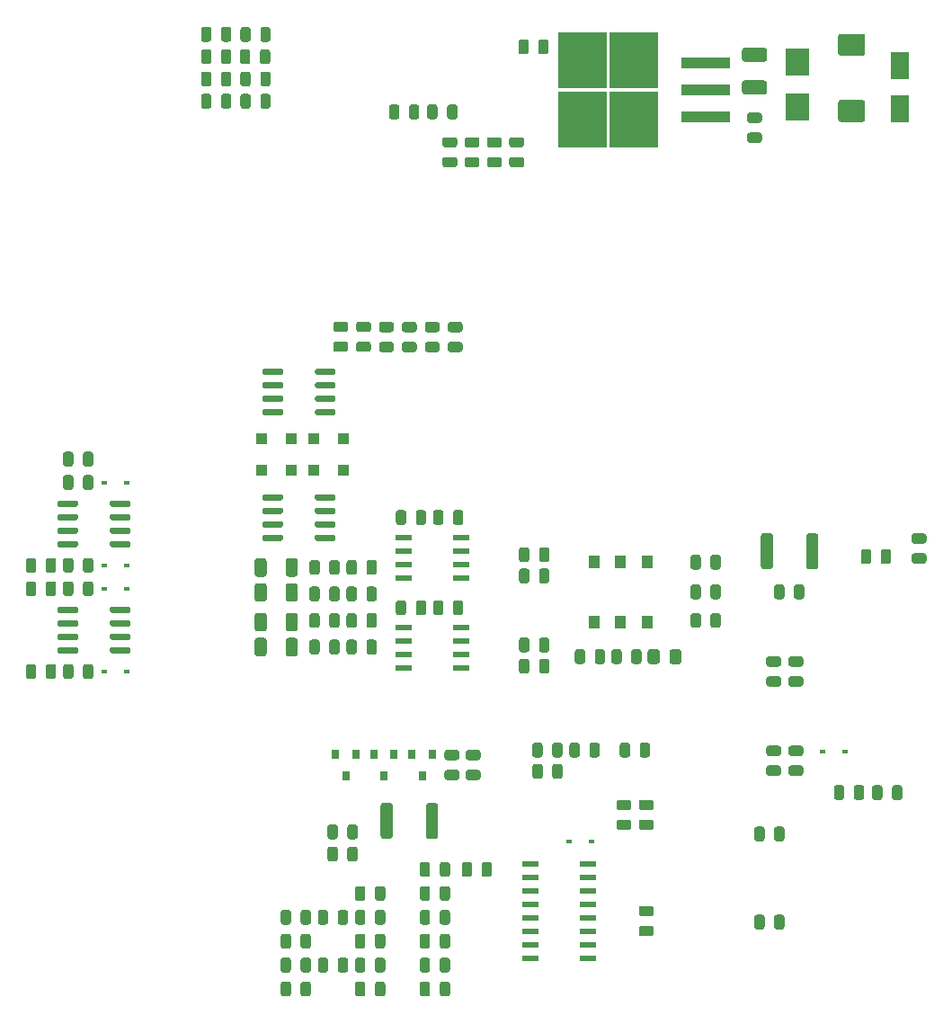
<source format=gtp>
G04 #@! TF.GenerationSoftware,KiCad,Pcbnew,(5.1.9-0-10_14)*
G04 #@! TF.CreationDate,2021-04-29T13:58:58+10:00*
G04 #@! TF.ProjectId,v0.4.4d,76302e34-2e34-4642-9e6b-696361645f70,4d*
G04 #@! TF.SameCoordinates,Original*
G04 #@! TF.FileFunction,Paste,Top*
G04 #@! TF.FilePolarity,Positive*
%FSLAX46Y46*%
G04 Gerber Fmt 4.6, Leading zero omitted, Abs format (unit mm)*
G04 Created by KiCad (PCBNEW (5.1.9-0-10_14)) date 2021-04-29 13:58:58*
%MOMM*%
%LPD*%
G01*
G04 APERTURE LIST*
%ADD10R,1.100000X1.100000*%
%ADD11R,1.550000X0.600000*%
%ADD12R,0.600000X0.450000*%
%ADD13R,1.500000X0.600000*%
%ADD14R,1.800000X2.500000*%
%ADD15R,1.000000X1.150000*%
%ADD16R,4.600000X1.100000*%
%ADD17R,4.550000X5.250000*%
%ADD18R,0.800000X0.900000*%
%ADD19R,2.300000X2.500000*%
G04 APERTURE END LIST*
G36*
G01*
X140250000Y-97475001D02*
X140250000Y-96224999D01*
G75*
G02*
X140499999Y-95975000I249999J0D01*
G01*
X141125001Y-95975000D01*
G75*
G02*
X141375000Y-96224999I0J-249999D01*
G01*
X141375000Y-97475001D01*
G75*
G02*
X141125001Y-97725000I-249999J0D01*
G01*
X140499999Y-97725000D01*
G75*
G02*
X140250000Y-97475001I0J249999D01*
G01*
G37*
G36*
G01*
X137325000Y-97475001D02*
X137325000Y-96224999D01*
G75*
G02*
X137574999Y-95975000I249999J0D01*
G01*
X138200001Y-95975000D01*
G75*
G02*
X138450000Y-96224999I0J-249999D01*
G01*
X138450000Y-97475001D01*
G75*
G02*
X138200001Y-97725000I-249999J0D01*
G01*
X137574999Y-97725000D01*
G75*
G02*
X137325000Y-97475001I0J249999D01*
G01*
G37*
G36*
G01*
X140250000Y-99825001D02*
X140250000Y-98574999D01*
G75*
G02*
X140499999Y-98325000I249999J0D01*
G01*
X141125001Y-98325000D01*
G75*
G02*
X141375000Y-98574999I0J-249999D01*
G01*
X141375000Y-99825001D01*
G75*
G02*
X141125001Y-100075000I-249999J0D01*
G01*
X140499999Y-100075000D01*
G75*
G02*
X140250000Y-99825001I0J249999D01*
G01*
G37*
G36*
G01*
X137325000Y-99825001D02*
X137325000Y-98574999D01*
G75*
G02*
X137574999Y-98325000I249999J0D01*
G01*
X138200001Y-98325000D01*
G75*
G02*
X138450000Y-98574999I0J-249999D01*
G01*
X138450000Y-99825001D01*
G75*
G02*
X138200001Y-100075000I-249999J0D01*
G01*
X137574999Y-100075000D01*
G75*
G02*
X137325000Y-99825001I0J249999D01*
G01*
G37*
G36*
G01*
X140250000Y-92325001D02*
X140250000Y-91074999D01*
G75*
G02*
X140499999Y-90825000I249999J0D01*
G01*
X141125001Y-90825000D01*
G75*
G02*
X141375000Y-91074999I0J-249999D01*
G01*
X141375000Y-92325001D01*
G75*
G02*
X141125001Y-92575000I-249999J0D01*
G01*
X140499999Y-92575000D01*
G75*
G02*
X140250000Y-92325001I0J249999D01*
G01*
G37*
G36*
G01*
X137325000Y-92325001D02*
X137325000Y-91074999D01*
G75*
G02*
X137574999Y-90825000I249999J0D01*
G01*
X138200001Y-90825000D01*
G75*
G02*
X138450000Y-91074999I0J-249999D01*
G01*
X138450000Y-92325001D01*
G75*
G02*
X138200001Y-92575000I-249999J0D01*
G01*
X137574999Y-92575000D01*
G75*
G02*
X137325000Y-92325001I0J249999D01*
G01*
G37*
G36*
G01*
X140250000Y-94675001D02*
X140250000Y-93424999D01*
G75*
G02*
X140499999Y-93175000I249999J0D01*
G01*
X141125001Y-93175000D01*
G75*
G02*
X141375000Y-93424999I0J-249999D01*
G01*
X141375000Y-94675001D01*
G75*
G02*
X141125001Y-94925000I-249999J0D01*
G01*
X140499999Y-94925000D01*
G75*
G02*
X140250000Y-94675001I0J249999D01*
G01*
G37*
G36*
G01*
X137325000Y-94675001D02*
X137325000Y-93424999D01*
G75*
G02*
X137574999Y-93175000I249999J0D01*
G01*
X138200001Y-93175000D01*
G75*
G02*
X138450000Y-93424999I0J-249999D01*
G01*
X138450000Y-94675001D01*
G75*
G02*
X138200001Y-94925000I-249999J0D01*
G01*
X137574999Y-94925000D01*
G75*
G02*
X137325000Y-94675001I0J249999D01*
G01*
G37*
D10*
X138000000Y-79600000D03*
X140800000Y-79600000D03*
X138000000Y-82550000D03*
X140800000Y-82550000D03*
X142875000Y-82550000D03*
X145675000Y-82550000D03*
X142875000Y-79600000D03*
X145675000Y-79600000D03*
D11*
X156750000Y-101205000D03*
X156750000Y-99935000D03*
X156750000Y-98665000D03*
X156750000Y-97395000D03*
X151350000Y-97395000D03*
X151350000Y-98665000D03*
X151350000Y-99935000D03*
X151350000Y-101205000D03*
G36*
G01*
X179350000Y-96243750D02*
X179350000Y-97156250D01*
G75*
G02*
X179106250Y-97400000I-243750J0D01*
G01*
X178618750Y-97400000D01*
G75*
G02*
X178375000Y-97156250I0J243750D01*
G01*
X178375000Y-96243750D01*
G75*
G02*
X178618750Y-96000000I243750J0D01*
G01*
X179106250Y-96000000D01*
G75*
G02*
X179350000Y-96243750I0J-243750D01*
G01*
G37*
G36*
G01*
X181225000Y-96243750D02*
X181225000Y-97156250D01*
G75*
G02*
X180981250Y-97400000I-243750J0D01*
G01*
X180493750Y-97400000D01*
G75*
G02*
X180250000Y-97156250I0J243750D01*
G01*
X180250000Y-96243750D01*
G75*
G02*
X180493750Y-96000000I243750J0D01*
G01*
X180981250Y-96000000D01*
G75*
G02*
X181225000Y-96243750I0J-243750D01*
G01*
G37*
G36*
G01*
X178375000Y-91656250D02*
X178375000Y-90743750D01*
G75*
G02*
X178618750Y-90500000I243750J0D01*
G01*
X179106250Y-90500000D01*
G75*
G02*
X179350000Y-90743750I0J-243750D01*
G01*
X179350000Y-91656250D01*
G75*
G02*
X179106250Y-91900000I-243750J0D01*
G01*
X178618750Y-91900000D01*
G75*
G02*
X178375000Y-91656250I0J243750D01*
G01*
G37*
G36*
G01*
X180250000Y-91656250D02*
X180250000Y-90743750D01*
G75*
G02*
X180493750Y-90500000I243750J0D01*
G01*
X180981250Y-90500000D01*
G75*
G02*
X181225000Y-90743750I0J-243750D01*
G01*
X181225000Y-91656250D01*
G75*
G02*
X180981250Y-91900000I-243750J0D01*
G01*
X180493750Y-91900000D01*
G75*
G02*
X180250000Y-91656250I0J243750D01*
G01*
G37*
G36*
G01*
X140000000Y-76930000D02*
X140000000Y-77230000D01*
G75*
G02*
X139850000Y-77380000I-150000J0D01*
G01*
X138200000Y-77380000D01*
G75*
G02*
X138050000Y-77230000I0J150000D01*
G01*
X138050000Y-76930000D01*
G75*
G02*
X138200000Y-76780000I150000J0D01*
G01*
X139850000Y-76780000D01*
G75*
G02*
X140000000Y-76930000I0J-150000D01*
G01*
G37*
G36*
G01*
X140000000Y-75660000D02*
X140000000Y-75960000D01*
G75*
G02*
X139850000Y-76110000I-150000J0D01*
G01*
X138200000Y-76110000D01*
G75*
G02*
X138050000Y-75960000I0J150000D01*
G01*
X138050000Y-75660000D01*
G75*
G02*
X138200000Y-75510000I150000J0D01*
G01*
X139850000Y-75510000D01*
G75*
G02*
X140000000Y-75660000I0J-150000D01*
G01*
G37*
G36*
G01*
X140000000Y-74390000D02*
X140000000Y-74690000D01*
G75*
G02*
X139850000Y-74840000I-150000J0D01*
G01*
X138200000Y-74840000D01*
G75*
G02*
X138050000Y-74690000I0J150000D01*
G01*
X138050000Y-74390000D01*
G75*
G02*
X138200000Y-74240000I150000J0D01*
G01*
X139850000Y-74240000D01*
G75*
G02*
X140000000Y-74390000I0J-150000D01*
G01*
G37*
G36*
G01*
X140000000Y-73120000D02*
X140000000Y-73420000D01*
G75*
G02*
X139850000Y-73570000I-150000J0D01*
G01*
X138200000Y-73570000D01*
G75*
G02*
X138050000Y-73420000I0J150000D01*
G01*
X138050000Y-73120000D01*
G75*
G02*
X138200000Y-72970000I150000J0D01*
G01*
X139850000Y-72970000D01*
G75*
G02*
X140000000Y-73120000I0J-150000D01*
G01*
G37*
G36*
G01*
X144950000Y-73120000D02*
X144950000Y-73420000D01*
G75*
G02*
X144800000Y-73570000I-150000J0D01*
G01*
X143150000Y-73570000D01*
G75*
G02*
X143000000Y-73420000I0J150000D01*
G01*
X143000000Y-73120000D01*
G75*
G02*
X143150000Y-72970000I150000J0D01*
G01*
X144800000Y-72970000D01*
G75*
G02*
X144950000Y-73120000I0J-150000D01*
G01*
G37*
G36*
G01*
X144950000Y-74390000D02*
X144950000Y-74690000D01*
G75*
G02*
X144800000Y-74840000I-150000J0D01*
G01*
X143150000Y-74840000D01*
G75*
G02*
X143000000Y-74690000I0J150000D01*
G01*
X143000000Y-74390000D01*
G75*
G02*
X143150000Y-74240000I150000J0D01*
G01*
X144800000Y-74240000D01*
G75*
G02*
X144950000Y-74390000I0J-150000D01*
G01*
G37*
G36*
G01*
X144950000Y-75660000D02*
X144950000Y-75960000D01*
G75*
G02*
X144800000Y-76110000I-150000J0D01*
G01*
X143150000Y-76110000D01*
G75*
G02*
X143000000Y-75960000I0J150000D01*
G01*
X143000000Y-75660000D01*
G75*
G02*
X143150000Y-75510000I150000J0D01*
G01*
X144800000Y-75510000D01*
G75*
G02*
X144950000Y-75660000I0J-150000D01*
G01*
G37*
G36*
G01*
X144950000Y-76930000D02*
X144950000Y-77230000D01*
G75*
G02*
X144800000Y-77380000I-150000J0D01*
G01*
X143150000Y-77380000D01*
G75*
G02*
X143000000Y-77230000I0J150000D01*
G01*
X143000000Y-76930000D01*
G75*
G02*
X143150000Y-76780000I150000J0D01*
G01*
X144800000Y-76780000D01*
G75*
G02*
X144950000Y-76930000I0J-150000D01*
G01*
G37*
G36*
G01*
X140000000Y-88755000D02*
X140000000Y-89055000D01*
G75*
G02*
X139850000Y-89205000I-150000J0D01*
G01*
X138200000Y-89205000D01*
G75*
G02*
X138050000Y-89055000I0J150000D01*
G01*
X138050000Y-88755000D01*
G75*
G02*
X138200000Y-88605000I150000J0D01*
G01*
X139850000Y-88605000D01*
G75*
G02*
X140000000Y-88755000I0J-150000D01*
G01*
G37*
G36*
G01*
X140000000Y-87485000D02*
X140000000Y-87785000D01*
G75*
G02*
X139850000Y-87935000I-150000J0D01*
G01*
X138200000Y-87935000D01*
G75*
G02*
X138050000Y-87785000I0J150000D01*
G01*
X138050000Y-87485000D01*
G75*
G02*
X138200000Y-87335000I150000J0D01*
G01*
X139850000Y-87335000D01*
G75*
G02*
X140000000Y-87485000I0J-150000D01*
G01*
G37*
G36*
G01*
X140000000Y-86215000D02*
X140000000Y-86515000D01*
G75*
G02*
X139850000Y-86665000I-150000J0D01*
G01*
X138200000Y-86665000D01*
G75*
G02*
X138050000Y-86515000I0J150000D01*
G01*
X138050000Y-86215000D01*
G75*
G02*
X138200000Y-86065000I150000J0D01*
G01*
X139850000Y-86065000D01*
G75*
G02*
X140000000Y-86215000I0J-150000D01*
G01*
G37*
G36*
G01*
X140000000Y-84945000D02*
X140000000Y-85245000D01*
G75*
G02*
X139850000Y-85395000I-150000J0D01*
G01*
X138200000Y-85395000D01*
G75*
G02*
X138050000Y-85245000I0J150000D01*
G01*
X138050000Y-84945000D01*
G75*
G02*
X138200000Y-84795000I150000J0D01*
G01*
X139850000Y-84795000D01*
G75*
G02*
X140000000Y-84945000I0J-150000D01*
G01*
G37*
G36*
G01*
X144950000Y-84945000D02*
X144950000Y-85245000D01*
G75*
G02*
X144800000Y-85395000I-150000J0D01*
G01*
X143150000Y-85395000D01*
G75*
G02*
X143000000Y-85245000I0J150000D01*
G01*
X143000000Y-84945000D01*
G75*
G02*
X143150000Y-84795000I150000J0D01*
G01*
X144800000Y-84795000D01*
G75*
G02*
X144950000Y-84945000I0J-150000D01*
G01*
G37*
G36*
G01*
X144950000Y-86215000D02*
X144950000Y-86515000D01*
G75*
G02*
X144800000Y-86665000I-150000J0D01*
G01*
X143150000Y-86665000D01*
G75*
G02*
X143000000Y-86515000I0J150000D01*
G01*
X143000000Y-86215000D01*
G75*
G02*
X143150000Y-86065000I150000J0D01*
G01*
X144800000Y-86065000D01*
G75*
G02*
X144950000Y-86215000I0J-150000D01*
G01*
G37*
G36*
G01*
X144950000Y-87485000D02*
X144950000Y-87785000D01*
G75*
G02*
X144800000Y-87935000I-150000J0D01*
G01*
X143150000Y-87935000D01*
G75*
G02*
X143000000Y-87785000I0J150000D01*
G01*
X143000000Y-87485000D01*
G75*
G02*
X143150000Y-87335000I150000J0D01*
G01*
X144800000Y-87335000D01*
G75*
G02*
X144950000Y-87485000I0J-150000D01*
G01*
G37*
G36*
G01*
X144950000Y-88755000D02*
X144950000Y-89055000D01*
G75*
G02*
X144800000Y-89205000I-150000J0D01*
G01*
X143150000Y-89205000D01*
G75*
G02*
X143000000Y-89055000I0J150000D01*
G01*
X143000000Y-88755000D01*
G75*
G02*
X143150000Y-88605000I150000J0D01*
G01*
X144800000Y-88605000D01*
G75*
G02*
X144950000Y-88755000I0J-150000D01*
G01*
G37*
G36*
G01*
X123700000Y-85845000D02*
X123700000Y-85545000D01*
G75*
G02*
X123850000Y-85395000I150000J0D01*
G01*
X125500000Y-85395000D01*
G75*
G02*
X125650000Y-85545000I0J-150000D01*
G01*
X125650000Y-85845000D01*
G75*
G02*
X125500000Y-85995000I-150000J0D01*
G01*
X123850000Y-85995000D01*
G75*
G02*
X123700000Y-85845000I0J150000D01*
G01*
G37*
G36*
G01*
X123700000Y-87115000D02*
X123700000Y-86815000D01*
G75*
G02*
X123850000Y-86665000I150000J0D01*
G01*
X125500000Y-86665000D01*
G75*
G02*
X125650000Y-86815000I0J-150000D01*
G01*
X125650000Y-87115000D01*
G75*
G02*
X125500000Y-87265000I-150000J0D01*
G01*
X123850000Y-87265000D01*
G75*
G02*
X123700000Y-87115000I0J150000D01*
G01*
G37*
G36*
G01*
X123700000Y-88385000D02*
X123700000Y-88085000D01*
G75*
G02*
X123850000Y-87935000I150000J0D01*
G01*
X125500000Y-87935000D01*
G75*
G02*
X125650000Y-88085000I0J-150000D01*
G01*
X125650000Y-88385000D01*
G75*
G02*
X125500000Y-88535000I-150000J0D01*
G01*
X123850000Y-88535000D01*
G75*
G02*
X123700000Y-88385000I0J150000D01*
G01*
G37*
G36*
G01*
X123700000Y-89655000D02*
X123700000Y-89355000D01*
G75*
G02*
X123850000Y-89205000I150000J0D01*
G01*
X125500000Y-89205000D01*
G75*
G02*
X125650000Y-89355000I0J-150000D01*
G01*
X125650000Y-89655000D01*
G75*
G02*
X125500000Y-89805000I-150000J0D01*
G01*
X123850000Y-89805000D01*
G75*
G02*
X123700000Y-89655000I0J150000D01*
G01*
G37*
G36*
G01*
X118750000Y-89655000D02*
X118750000Y-89355000D01*
G75*
G02*
X118900000Y-89205000I150000J0D01*
G01*
X120550000Y-89205000D01*
G75*
G02*
X120700000Y-89355000I0J-150000D01*
G01*
X120700000Y-89655000D01*
G75*
G02*
X120550000Y-89805000I-150000J0D01*
G01*
X118900000Y-89805000D01*
G75*
G02*
X118750000Y-89655000I0J150000D01*
G01*
G37*
G36*
G01*
X118750000Y-88385000D02*
X118750000Y-88085000D01*
G75*
G02*
X118900000Y-87935000I150000J0D01*
G01*
X120550000Y-87935000D01*
G75*
G02*
X120700000Y-88085000I0J-150000D01*
G01*
X120700000Y-88385000D01*
G75*
G02*
X120550000Y-88535000I-150000J0D01*
G01*
X118900000Y-88535000D01*
G75*
G02*
X118750000Y-88385000I0J150000D01*
G01*
G37*
G36*
G01*
X118750000Y-87115000D02*
X118750000Y-86815000D01*
G75*
G02*
X118900000Y-86665000I150000J0D01*
G01*
X120550000Y-86665000D01*
G75*
G02*
X120700000Y-86815000I0J-150000D01*
G01*
X120700000Y-87115000D01*
G75*
G02*
X120550000Y-87265000I-150000J0D01*
G01*
X118900000Y-87265000D01*
G75*
G02*
X118750000Y-87115000I0J150000D01*
G01*
G37*
G36*
G01*
X118750000Y-85845000D02*
X118750000Y-85545000D01*
G75*
G02*
X118900000Y-85395000I150000J0D01*
G01*
X120550000Y-85395000D01*
G75*
G02*
X120700000Y-85545000I0J-150000D01*
G01*
X120700000Y-85845000D01*
G75*
G02*
X120550000Y-85995000I-150000J0D01*
G01*
X118900000Y-85995000D01*
G75*
G02*
X118750000Y-85845000I0J150000D01*
G01*
G37*
G36*
G01*
X123700000Y-95845000D02*
X123700000Y-95545000D01*
G75*
G02*
X123850000Y-95395000I150000J0D01*
G01*
X125500000Y-95395000D01*
G75*
G02*
X125650000Y-95545000I0J-150000D01*
G01*
X125650000Y-95845000D01*
G75*
G02*
X125500000Y-95995000I-150000J0D01*
G01*
X123850000Y-95995000D01*
G75*
G02*
X123700000Y-95845000I0J150000D01*
G01*
G37*
G36*
G01*
X123700000Y-97115000D02*
X123700000Y-96815000D01*
G75*
G02*
X123850000Y-96665000I150000J0D01*
G01*
X125500000Y-96665000D01*
G75*
G02*
X125650000Y-96815000I0J-150000D01*
G01*
X125650000Y-97115000D01*
G75*
G02*
X125500000Y-97265000I-150000J0D01*
G01*
X123850000Y-97265000D01*
G75*
G02*
X123700000Y-97115000I0J150000D01*
G01*
G37*
G36*
G01*
X123700000Y-98385000D02*
X123700000Y-98085000D01*
G75*
G02*
X123850000Y-97935000I150000J0D01*
G01*
X125500000Y-97935000D01*
G75*
G02*
X125650000Y-98085000I0J-150000D01*
G01*
X125650000Y-98385000D01*
G75*
G02*
X125500000Y-98535000I-150000J0D01*
G01*
X123850000Y-98535000D01*
G75*
G02*
X123700000Y-98385000I0J150000D01*
G01*
G37*
G36*
G01*
X123700000Y-99655000D02*
X123700000Y-99355000D01*
G75*
G02*
X123850000Y-99205000I150000J0D01*
G01*
X125500000Y-99205000D01*
G75*
G02*
X125650000Y-99355000I0J-150000D01*
G01*
X125650000Y-99655000D01*
G75*
G02*
X125500000Y-99805000I-150000J0D01*
G01*
X123850000Y-99805000D01*
G75*
G02*
X123700000Y-99655000I0J150000D01*
G01*
G37*
G36*
G01*
X118750000Y-99655000D02*
X118750000Y-99355000D01*
G75*
G02*
X118900000Y-99205000I150000J0D01*
G01*
X120550000Y-99205000D01*
G75*
G02*
X120700000Y-99355000I0J-150000D01*
G01*
X120700000Y-99655000D01*
G75*
G02*
X120550000Y-99805000I-150000J0D01*
G01*
X118900000Y-99805000D01*
G75*
G02*
X118750000Y-99655000I0J150000D01*
G01*
G37*
G36*
G01*
X118750000Y-98385000D02*
X118750000Y-98085000D01*
G75*
G02*
X118900000Y-97935000I150000J0D01*
G01*
X120550000Y-97935000D01*
G75*
G02*
X120700000Y-98085000I0J-150000D01*
G01*
X120700000Y-98385000D01*
G75*
G02*
X120550000Y-98535000I-150000J0D01*
G01*
X118900000Y-98535000D01*
G75*
G02*
X118750000Y-98385000I0J150000D01*
G01*
G37*
G36*
G01*
X118750000Y-97115000D02*
X118750000Y-96815000D01*
G75*
G02*
X118900000Y-96665000I150000J0D01*
G01*
X120550000Y-96665000D01*
G75*
G02*
X120700000Y-96815000I0J-150000D01*
G01*
X120700000Y-97115000D01*
G75*
G02*
X120550000Y-97265000I-150000J0D01*
G01*
X118900000Y-97265000D01*
G75*
G02*
X118750000Y-97115000I0J150000D01*
G01*
G37*
G36*
G01*
X118750000Y-95845000D02*
X118750000Y-95545000D01*
G75*
G02*
X118900000Y-95395000I150000J0D01*
G01*
X120550000Y-95395000D01*
G75*
G02*
X120700000Y-95545000I0J-150000D01*
G01*
X120700000Y-95845000D01*
G75*
G02*
X120550000Y-95995000I-150000J0D01*
G01*
X118900000Y-95995000D01*
G75*
G02*
X118750000Y-95845000I0J150000D01*
G01*
G37*
G36*
G01*
X164026000Y-43128250D02*
X164026000Y-42215750D01*
G75*
G02*
X164269750Y-41972000I243750J0D01*
G01*
X164757250Y-41972000D01*
G75*
G02*
X165001000Y-42215750I0J-243750D01*
G01*
X165001000Y-43128250D01*
G75*
G02*
X164757250Y-43372000I-243750J0D01*
G01*
X164269750Y-43372000D01*
G75*
G02*
X164026000Y-43128250I0J243750D01*
G01*
G37*
G36*
G01*
X162151000Y-43128250D02*
X162151000Y-42215750D01*
G75*
G02*
X162394750Y-41972000I243750J0D01*
G01*
X162882250Y-41972000D01*
G75*
G02*
X163126000Y-42215750I0J-243750D01*
G01*
X163126000Y-43128250D01*
G75*
G02*
X162882250Y-43372000I-243750J0D01*
G01*
X162394750Y-43372000D01*
G75*
G02*
X162151000Y-43128250I0J243750D01*
G01*
G37*
G36*
G01*
X183947750Y-50742000D02*
X184860250Y-50742000D01*
G75*
G02*
X185104000Y-50985750I0J-243750D01*
G01*
X185104000Y-51473250D01*
G75*
G02*
X184860250Y-51717000I-243750J0D01*
G01*
X183947750Y-51717000D01*
G75*
G02*
X183704000Y-51473250I0J243750D01*
G01*
X183704000Y-50985750D01*
G75*
G02*
X183947750Y-50742000I243750J0D01*
G01*
G37*
G36*
G01*
X183947750Y-48867000D02*
X184860250Y-48867000D01*
G75*
G02*
X185104000Y-49110750I0J-243750D01*
G01*
X185104000Y-49598250D01*
G75*
G02*
X184860250Y-49842000I-243750J0D01*
G01*
X183947750Y-49842000D01*
G75*
G02*
X183704000Y-49598250I0J243750D01*
G01*
X183704000Y-49110750D01*
G75*
G02*
X183947750Y-48867000I243750J0D01*
G01*
G37*
G36*
G01*
X149625000Y-126443750D02*
X149625000Y-127356250D01*
G75*
G02*
X149381250Y-127600000I-243750J0D01*
G01*
X148893750Y-127600000D01*
G75*
G02*
X148650000Y-127356250I0J243750D01*
G01*
X148650000Y-126443750D01*
G75*
G02*
X148893750Y-126200000I243750J0D01*
G01*
X149381250Y-126200000D01*
G75*
G02*
X149625000Y-126443750I0J-243750D01*
G01*
G37*
G36*
G01*
X147750000Y-126443750D02*
X147750000Y-127356250D01*
G75*
G02*
X147506250Y-127600000I-243750J0D01*
G01*
X147018750Y-127600000D01*
G75*
G02*
X146775000Y-127356250I0J243750D01*
G01*
X146775000Y-126443750D01*
G75*
G02*
X147018750Y-126200000I243750J0D01*
G01*
X147506250Y-126200000D01*
G75*
G02*
X147750000Y-126443750I0J-243750D01*
G01*
G37*
G36*
G01*
X161543750Y-53050000D02*
X162456250Y-53050000D01*
G75*
G02*
X162700000Y-53293750I0J-243750D01*
G01*
X162700000Y-53781250D01*
G75*
G02*
X162456250Y-54025000I-243750J0D01*
G01*
X161543750Y-54025000D01*
G75*
G02*
X161300000Y-53781250I0J243750D01*
G01*
X161300000Y-53293750D01*
G75*
G02*
X161543750Y-53050000I243750J0D01*
G01*
G37*
G36*
G01*
X161543750Y-51175000D02*
X162456250Y-51175000D01*
G75*
G02*
X162700000Y-51418750I0J-243750D01*
G01*
X162700000Y-51906250D01*
G75*
G02*
X162456250Y-52150000I-243750J0D01*
G01*
X161543750Y-52150000D01*
G75*
G02*
X161300000Y-51906250I0J243750D01*
G01*
X161300000Y-51418750D01*
G75*
G02*
X161543750Y-51175000I243750J0D01*
G01*
G37*
G36*
G01*
X160356250Y-52150000D02*
X159443750Y-52150000D01*
G75*
G02*
X159200000Y-51906250I0J243750D01*
G01*
X159200000Y-51418750D01*
G75*
G02*
X159443750Y-51175000I243750J0D01*
G01*
X160356250Y-51175000D01*
G75*
G02*
X160600000Y-51418750I0J-243750D01*
G01*
X160600000Y-51906250D01*
G75*
G02*
X160356250Y-52150000I-243750J0D01*
G01*
G37*
G36*
G01*
X160356250Y-54025000D02*
X159443750Y-54025000D01*
G75*
G02*
X159200000Y-53781250I0J243750D01*
G01*
X159200000Y-53293750D01*
G75*
G02*
X159443750Y-53050000I243750J0D01*
G01*
X160356250Y-53050000D01*
G75*
G02*
X160600000Y-53293750I0J-243750D01*
G01*
X160600000Y-53781250D01*
G75*
G02*
X160356250Y-54025000I-243750J0D01*
G01*
G37*
G36*
G01*
X150189250Y-69550000D02*
X149276750Y-69550000D01*
G75*
G02*
X149033000Y-69306250I0J243750D01*
G01*
X149033000Y-68818750D01*
G75*
G02*
X149276750Y-68575000I243750J0D01*
G01*
X150189250Y-68575000D01*
G75*
G02*
X150433000Y-68818750I0J-243750D01*
G01*
X150433000Y-69306250D01*
G75*
G02*
X150189250Y-69550000I-243750J0D01*
G01*
G37*
G36*
G01*
X150189250Y-71425000D02*
X149276750Y-71425000D01*
G75*
G02*
X149033000Y-71181250I0J243750D01*
G01*
X149033000Y-70693750D01*
G75*
G02*
X149276750Y-70450000I243750J0D01*
G01*
X150189250Y-70450000D01*
G75*
G02*
X150433000Y-70693750I0J-243750D01*
G01*
X150433000Y-71181250D01*
G75*
G02*
X150189250Y-71425000I-243750J0D01*
G01*
G37*
G36*
G01*
X152348250Y-69550000D02*
X151435750Y-69550000D01*
G75*
G02*
X151192000Y-69306250I0J243750D01*
G01*
X151192000Y-68818750D01*
G75*
G02*
X151435750Y-68575000I243750J0D01*
G01*
X152348250Y-68575000D01*
G75*
G02*
X152592000Y-68818750I0J-243750D01*
G01*
X152592000Y-69306250D01*
G75*
G02*
X152348250Y-69550000I-243750J0D01*
G01*
G37*
G36*
G01*
X152348250Y-71425000D02*
X151435750Y-71425000D01*
G75*
G02*
X151192000Y-71181250I0J243750D01*
G01*
X151192000Y-70693750D01*
G75*
G02*
X151435750Y-70450000I243750J0D01*
G01*
X152348250Y-70450000D01*
G75*
G02*
X152592000Y-70693750I0J-243750D01*
G01*
X152592000Y-71181250D01*
G75*
G02*
X152348250Y-71425000I-243750J0D01*
G01*
G37*
G36*
G01*
X154550000Y-48343750D02*
X154550000Y-49256250D01*
G75*
G02*
X154306250Y-49500000I-243750J0D01*
G01*
X153818750Y-49500000D01*
G75*
G02*
X153575000Y-49256250I0J243750D01*
G01*
X153575000Y-48343750D01*
G75*
G02*
X153818750Y-48100000I243750J0D01*
G01*
X154306250Y-48100000D01*
G75*
G02*
X154550000Y-48343750I0J-243750D01*
G01*
G37*
G36*
G01*
X156425000Y-48343750D02*
X156425000Y-49256250D01*
G75*
G02*
X156181250Y-49500000I-243750J0D01*
G01*
X155693750Y-49500000D01*
G75*
G02*
X155450000Y-49256250I0J243750D01*
G01*
X155450000Y-48343750D01*
G75*
G02*
X155693750Y-48100000I243750J0D01*
G01*
X156181250Y-48100000D01*
G75*
G02*
X156425000Y-48343750I0J-243750D01*
G01*
G37*
G36*
G01*
X150950000Y-48343750D02*
X150950000Y-49256250D01*
G75*
G02*
X150706250Y-49500000I-243750J0D01*
G01*
X150218750Y-49500000D01*
G75*
G02*
X149975000Y-49256250I0J243750D01*
G01*
X149975000Y-48343750D01*
G75*
G02*
X150218750Y-48100000I243750J0D01*
G01*
X150706250Y-48100000D01*
G75*
G02*
X150950000Y-48343750I0J-243750D01*
G01*
G37*
G36*
G01*
X152825000Y-48343750D02*
X152825000Y-49256250D01*
G75*
G02*
X152581250Y-49500000I-243750J0D01*
G01*
X152093750Y-49500000D01*
G75*
G02*
X151850000Y-49256250I0J243750D01*
G01*
X151850000Y-48343750D01*
G75*
G02*
X152093750Y-48100000I243750J0D01*
G01*
X152581250Y-48100000D01*
G75*
G02*
X152825000Y-48343750I0J-243750D01*
G01*
G37*
G36*
G01*
X156356250Y-109850000D02*
X155443750Y-109850000D01*
G75*
G02*
X155200000Y-109606250I0J243750D01*
G01*
X155200000Y-109118750D01*
G75*
G02*
X155443750Y-108875000I243750J0D01*
G01*
X156356250Y-108875000D01*
G75*
G02*
X156600000Y-109118750I0J-243750D01*
G01*
X156600000Y-109606250D01*
G75*
G02*
X156356250Y-109850000I-243750J0D01*
G01*
G37*
G36*
G01*
X156356250Y-111725000D02*
X155443750Y-111725000D01*
G75*
G02*
X155200000Y-111481250I0J243750D01*
G01*
X155200000Y-110993750D01*
G75*
G02*
X155443750Y-110750000I243750J0D01*
G01*
X156356250Y-110750000D01*
G75*
G02*
X156600000Y-110993750I0J-243750D01*
G01*
X156600000Y-111481250D01*
G75*
G02*
X156356250Y-111725000I-243750J0D01*
G01*
G37*
G36*
G01*
X157343750Y-53050000D02*
X158256250Y-53050000D01*
G75*
G02*
X158500000Y-53293750I0J-243750D01*
G01*
X158500000Y-53781250D01*
G75*
G02*
X158256250Y-54025000I-243750J0D01*
G01*
X157343750Y-54025000D01*
G75*
G02*
X157100000Y-53781250I0J243750D01*
G01*
X157100000Y-53293750D01*
G75*
G02*
X157343750Y-53050000I243750J0D01*
G01*
G37*
G36*
G01*
X157343750Y-51175000D02*
X158256250Y-51175000D01*
G75*
G02*
X158500000Y-51418750I0J-243750D01*
G01*
X158500000Y-51906250D01*
G75*
G02*
X158256250Y-52150000I-243750J0D01*
G01*
X157343750Y-52150000D01*
G75*
G02*
X157100000Y-51906250I0J243750D01*
G01*
X157100000Y-51418750D01*
G75*
G02*
X157343750Y-51175000I243750J0D01*
G01*
G37*
G36*
G01*
X156156250Y-52150000D02*
X155243750Y-52150000D01*
G75*
G02*
X155000000Y-51906250I0J243750D01*
G01*
X155000000Y-51418750D01*
G75*
G02*
X155243750Y-51175000I243750J0D01*
G01*
X156156250Y-51175000D01*
G75*
G02*
X156400000Y-51418750I0J-243750D01*
G01*
X156400000Y-51906250D01*
G75*
G02*
X156156250Y-52150000I-243750J0D01*
G01*
G37*
G36*
G01*
X156156250Y-54025000D02*
X155243750Y-54025000D01*
G75*
G02*
X155000000Y-53781250I0J243750D01*
G01*
X155000000Y-53293750D01*
G75*
G02*
X155243750Y-53050000I243750J0D01*
G01*
X156156250Y-53050000D01*
G75*
G02*
X156400000Y-53293750I0J-243750D01*
G01*
X156400000Y-53781250D01*
G75*
G02*
X156156250Y-54025000I-243750J0D01*
G01*
G37*
G36*
G01*
X156666250Y-69550000D02*
X155753750Y-69550000D01*
G75*
G02*
X155510000Y-69306250I0J243750D01*
G01*
X155510000Y-68818750D01*
G75*
G02*
X155753750Y-68575000I243750J0D01*
G01*
X156666250Y-68575000D01*
G75*
G02*
X156910000Y-68818750I0J-243750D01*
G01*
X156910000Y-69306250D01*
G75*
G02*
X156666250Y-69550000I-243750J0D01*
G01*
G37*
G36*
G01*
X156666250Y-71425000D02*
X155753750Y-71425000D01*
G75*
G02*
X155510000Y-71181250I0J243750D01*
G01*
X155510000Y-70693750D01*
G75*
G02*
X155753750Y-70450000I243750J0D01*
G01*
X156666250Y-70450000D01*
G75*
G02*
X156910000Y-70693750I0J-243750D01*
G01*
X156910000Y-71181250D01*
G75*
G02*
X156666250Y-71425000I-243750J0D01*
G01*
G37*
G36*
G01*
X154507250Y-69550000D02*
X153594750Y-69550000D01*
G75*
G02*
X153351000Y-69306250I0J243750D01*
G01*
X153351000Y-68818750D01*
G75*
G02*
X153594750Y-68575000I243750J0D01*
G01*
X154507250Y-68575000D01*
G75*
G02*
X154751000Y-68818750I0J-243750D01*
G01*
X154751000Y-69306250D01*
G75*
G02*
X154507250Y-69550000I-243750J0D01*
G01*
G37*
G36*
G01*
X154507250Y-71425000D02*
X153594750Y-71425000D01*
G75*
G02*
X153351000Y-71181250I0J243750D01*
G01*
X153351000Y-70693750D01*
G75*
G02*
X153594750Y-70450000I243750J0D01*
G01*
X154507250Y-70450000D01*
G75*
G02*
X154751000Y-70693750I0J-243750D01*
G01*
X154751000Y-71181250D01*
G75*
G02*
X154507250Y-71425000I-243750J0D01*
G01*
G37*
G36*
G01*
X144958750Y-68552000D02*
X145871250Y-68552000D01*
G75*
G02*
X146115000Y-68795750I0J-243750D01*
G01*
X146115000Y-69283250D01*
G75*
G02*
X145871250Y-69527000I-243750J0D01*
G01*
X144958750Y-69527000D01*
G75*
G02*
X144715000Y-69283250I0J243750D01*
G01*
X144715000Y-68795750D01*
G75*
G02*
X144958750Y-68552000I243750J0D01*
G01*
G37*
G36*
G01*
X144958750Y-70427000D02*
X145871250Y-70427000D01*
G75*
G02*
X146115000Y-70670750I0J-243750D01*
G01*
X146115000Y-71158250D01*
G75*
G02*
X145871250Y-71402000I-243750J0D01*
G01*
X144958750Y-71402000D01*
G75*
G02*
X144715000Y-71158250I0J243750D01*
G01*
X144715000Y-70670750D01*
G75*
G02*
X144958750Y-70427000I243750J0D01*
G01*
G37*
G36*
G01*
X147117750Y-70427000D02*
X148030250Y-70427000D01*
G75*
G02*
X148274000Y-70670750I0J-243750D01*
G01*
X148274000Y-71158250D01*
G75*
G02*
X148030250Y-71402000I-243750J0D01*
G01*
X147117750Y-71402000D01*
G75*
G02*
X146874000Y-71158250I0J243750D01*
G01*
X146874000Y-70670750D01*
G75*
G02*
X147117750Y-70427000I243750J0D01*
G01*
G37*
G36*
G01*
X147117750Y-68552000D02*
X148030250Y-68552000D01*
G75*
G02*
X148274000Y-68795750I0J-243750D01*
G01*
X148274000Y-69283250D01*
G75*
G02*
X148030250Y-69527000I-243750J0D01*
G01*
X147117750Y-69527000D01*
G75*
G02*
X146874000Y-69283250I0J243750D01*
G01*
X146874000Y-68795750D01*
G75*
G02*
X147117750Y-68552000I243750J0D01*
G01*
G37*
G36*
G01*
X141650000Y-131856250D02*
X141650000Y-130943750D01*
G75*
G02*
X141893750Y-130700000I243750J0D01*
G01*
X142381250Y-130700000D01*
G75*
G02*
X142625000Y-130943750I0J-243750D01*
G01*
X142625000Y-131856250D01*
G75*
G02*
X142381250Y-132100000I-243750J0D01*
G01*
X141893750Y-132100000D01*
G75*
G02*
X141650000Y-131856250I0J243750D01*
G01*
G37*
G36*
G01*
X139775000Y-131856250D02*
X139775000Y-130943750D01*
G75*
G02*
X140018750Y-130700000I243750J0D01*
G01*
X140506250Y-130700000D01*
G75*
G02*
X140750000Y-130943750I0J-243750D01*
G01*
X140750000Y-131856250D01*
G75*
G02*
X140506250Y-132100000I-243750J0D01*
G01*
X140018750Y-132100000D01*
G75*
G02*
X139775000Y-131856250I0J243750D01*
G01*
G37*
G36*
G01*
X166325000Y-108443750D02*
X166325000Y-109356250D01*
G75*
G02*
X166081250Y-109600000I-243750J0D01*
G01*
X165593750Y-109600000D01*
G75*
G02*
X165350000Y-109356250I0J243750D01*
G01*
X165350000Y-108443750D01*
G75*
G02*
X165593750Y-108200000I243750J0D01*
G01*
X166081250Y-108200000D01*
G75*
G02*
X166325000Y-108443750I0J-243750D01*
G01*
G37*
G36*
G01*
X164450000Y-108443750D02*
X164450000Y-109356250D01*
G75*
G02*
X164206250Y-109600000I-243750J0D01*
G01*
X163718750Y-109600000D01*
G75*
G02*
X163475000Y-109356250I0J243750D01*
G01*
X163475000Y-108443750D01*
G75*
G02*
X163718750Y-108200000I243750J0D01*
G01*
X164206250Y-108200000D01*
G75*
G02*
X164450000Y-108443750I0J-243750D01*
G01*
G37*
G36*
G01*
X144175000Y-117056250D02*
X144175000Y-116143750D01*
G75*
G02*
X144418750Y-115900000I243750J0D01*
G01*
X144906250Y-115900000D01*
G75*
G02*
X145150000Y-116143750I0J-243750D01*
G01*
X145150000Y-117056250D01*
G75*
G02*
X144906250Y-117300000I-243750J0D01*
G01*
X144418750Y-117300000D01*
G75*
G02*
X144175000Y-117056250I0J243750D01*
G01*
G37*
G36*
G01*
X146050000Y-117056250D02*
X146050000Y-116143750D01*
G75*
G02*
X146293750Y-115900000I243750J0D01*
G01*
X146781250Y-115900000D01*
G75*
G02*
X147025000Y-116143750I0J-243750D01*
G01*
X147025000Y-117056250D01*
G75*
G02*
X146781250Y-117300000I-243750J0D01*
G01*
X146293750Y-117300000D01*
G75*
G02*
X146050000Y-117056250I0J243750D01*
G01*
G37*
G36*
G01*
X152875000Y-131856250D02*
X152875000Y-130943750D01*
G75*
G02*
X153118750Y-130700000I243750J0D01*
G01*
X153606250Y-130700000D01*
G75*
G02*
X153850000Y-130943750I0J-243750D01*
G01*
X153850000Y-131856250D01*
G75*
G02*
X153606250Y-132100000I-243750J0D01*
G01*
X153118750Y-132100000D01*
G75*
G02*
X152875000Y-131856250I0J243750D01*
G01*
G37*
G36*
G01*
X154750000Y-131856250D02*
X154750000Y-130943750D01*
G75*
G02*
X154993750Y-130700000I243750J0D01*
G01*
X155481250Y-130700000D01*
G75*
G02*
X155725000Y-130943750I0J-243750D01*
G01*
X155725000Y-131856250D01*
G75*
G02*
X155481250Y-132100000I-243750J0D01*
G01*
X154993750Y-132100000D01*
G75*
G02*
X154750000Y-131856250I0J243750D01*
G01*
G37*
G36*
G01*
X171712500Y-109356250D02*
X171712500Y-108443750D01*
G75*
G02*
X171956250Y-108200000I243750J0D01*
G01*
X172443750Y-108200000D01*
G75*
G02*
X172687500Y-108443750I0J-243750D01*
G01*
X172687500Y-109356250D01*
G75*
G02*
X172443750Y-109600000I-243750J0D01*
G01*
X171956250Y-109600000D01*
G75*
G02*
X171712500Y-109356250I0J243750D01*
G01*
G37*
G36*
G01*
X173587500Y-109356250D02*
X173587500Y-108443750D01*
G75*
G02*
X173831250Y-108200000I243750J0D01*
G01*
X174318750Y-108200000D01*
G75*
G02*
X174562500Y-108443750I0J-243750D01*
G01*
X174562500Y-109356250D01*
G75*
G02*
X174318750Y-109600000I-243750J0D01*
G01*
X173831250Y-109600000D01*
G75*
G02*
X173587500Y-109356250I0J243750D01*
G01*
G37*
G36*
G01*
X153850000Y-121943750D02*
X153850000Y-122856250D01*
G75*
G02*
X153606250Y-123100000I-243750J0D01*
G01*
X153118750Y-123100000D01*
G75*
G02*
X152875000Y-122856250I0J243750D01*
G01*
X152875000Y-121943750D01*
G75*
G02*
X153118750Y-121700000I243750J0D01*
G01*
X153606250Y-121700000D01*
G75*
G02*
X153850000Y-121943750I0J-243750D01*
G01*
G37*
G36*
G01*
X155725000Y-121943750D02*
X155725000Y-122856250D01*
G75*
G02*
X155481250Y-123100000I-243750J0D01*
G01*
X154993750Y-123100000D01*
G75*
G02*
X154750000Y-122856250I0J243750D01*
G01*
X154750000Y-121943750D01*
G75*
G02*
X154993750Y-121700000I243750J0D01*
G01*
X155481250Y-121700000D01*
G75*
G02*
X155725000Y-121943750I0J-243750D01*
G01*
G37*
G36*
G01*
X141650000Y-127356250D02*
X141650000Y-126443750D01*
G75*
G02*
X141893750Y-126200000I243750J0D01*
G01*
X142381250Y-126200000D01*
G75*
G02*
X142625000Y-126443750I0J-243750D01*
G01*
X142625000Y-127356250D01*
G75*
G02*
X142381250Y-127600000I-243750J0D01*
G01*
X141893750Y-127600000D01*
G75*
G02*
X141650000Y-127356250I0J243750D01*
G01*
G37*
G36*
G01*
X139775000Y-127356250D02*
X139775000Y-126443750D01*
G75*
G02*
X140018750Y-126200000I243750J0D01*
G01*
X140506250Y-126200000D01*
G75*
G02*
X140750000Y-126443750I0J-243750D01*
G01*
X140750000Y-127356250D01*
G75*
G02*
X140506250Y-127600000I-243750J0D01*
G01*
X140018750Y-127600000D01*
G75*
G02*
X139775000Y-127356250I0J243750D01*
G01*
G37*
G36*
G01*
X141650000Y-129606250D02*
X141650000Y-128693750D01*
G75*
G02*
X141893750Y-128450000I243750J0D01*
G01*
X142381250Y-128450000D01*
G75*
G02*
X142625000Y-128693750I0J-243750D01*
G01*
X142625000Y-129606250D01*
G75*
G02*
X142381250Y-129850000I-243750J0D01*
G01*
X141893750Y-129850000D01*
G75*
G02*
X141650000Y-129606250I0J243750D01*
G01*
G37*
G36*
G01*
X139775000Y-129606250D02*
X139775000Y-128693750D01*
G75*
G02*
X140018750Y-128450000I243750J0D01*
G01*
X140506250Y-128450000D01*
G75*
G02*
X140750000Y-128693750I0J-243750D01*
G01*
X140750000Y-129606250D01*
G75*
G02*
X140506250Y-129850000I-243750J0D01*
G01*
X140018750Y-129850000D01*
G75*
G02*
X139775000Y-129606250I0J243750D01*
G01*
G37*
G36*
G01*
X141650000Y-125106250D02*
X141650000Y-124193750D01*
G75*
G02*
X141893750Y-123950000I243750J0D01*
G01*
X142381250Y-123950000D01*
G75*
G02*
X142625000Y-124193750I0J-243750D01*
G01*
X142625000Y-125106250D01*
G75*
G02*
X142381250Y-125350000I-243750J0D01*
G01*
X141893750Y-125350000D01*
G75*
G02*
X141650000Y-125106250I0J243750D01*
G01*
G37*
G36*
G01*
X139775000Y-125106250D02*
X139775000Y-124193750D01*
G75*
G02*
X140018750Y-123950000I243750J0D01*
G01*
X140506250Y-123950000D01*
G75*
G02*
X140750000Y-124193750I0J-243750D01*
G01*
X140750000Y-125106250D01*
G75*
G02*
X140506250Y-125350000I-243750J0D01*
G01*
X140018750Y-125350000D01*
G75*
G02*
X139775000Y-125106250I0J243750D01*
G01*
G37*
G36*
G01*
X152875000Y-127356250D02*
X152875000Y-126443750D01*
G75*
G02*
X153118750Y-126200000I243750J0D01*
G01*
X153606250Y-126200000D01*
G75*
G02*
X153850000Y-126443750I0J-243750D01*
G01*
X153850000Y-127356250D01*
G75*
G02*
X153606250Y-127600000I-243750J0D01*
G01*
X153118750Y-127600000D01*
G75*
G02*
X152875000Y-127356250I0J243750D01*
G01*
G37*
G36*
G01*
X154750000Y-127356250D02*
X154750000Y-126443750D01*
G75*
G02*
X154993750Y-126200000I243750J0D01*
G01*
X155481250Y-126200000D01*
G75*
G02*
X155725000Y-126443750I0J-243750D01*
G01*
X155725000Y-127356250D01*
G75*
G02*
X155481250Y-127600000I-243750J0D01*
G01*
X154993750Y-127600000D01*
G75*
G02*
X154750000Y-127356250I0J243750D01*
G01*
G37*
G36*
G01*
X152875000Y-129606250D02*
X152875000Y-128693750D01*
G75*
G02*
X153118750Y-128450000I243750J0D01*
G01*
X153606250Y-128450000D01*
G75*
G02*
X153850000Y-128693750I0J-243750D01*
G01*
X153850000Y-129606250D01*
G75*
G02*
X153606250Y-129850000I-243750J0D01*
G01*
X153118750Y-129850000D01*
G75*
G02*
X152875000Y-129606250I0J243750D01*
G01*
G37*
G36*
G01*
X154750000Y-129606250D02*
X154750000Y-128693750D01*
G75*
G02*
X154993750Y-128450000I243750J0D01*
G01*
X155481250Y-128450000D01*
G75*
G02*
X155725000Y-128693750I0J-243750D01*
G01*
X155725000Y-129606250D01*
G75*
G02*
X155481250Y-129850000I-243750J0D01*
G01*
X154993750Y-129850000D01*
G75*
G02*
X154750000Y-129606250I0J243750D01*
G01*
G37*
G36*
G01*
X152875000Y-125106250D02*
X152875000Y-124193750D01*
G75*
G02*
X153118750Y-123950000I243750J0D01*
G01*
X153606250Y-123950000D01*
G75*
G02*
X153850000Y-124193750I0J-243750D01*
G01*
X153850000Y-125106250D01*
G75*
G02*
X153606250Y-125350000I-243750J0D01*
G01*
X153118750Y-125350000D01*
G75*
G02*
X152875000Y-125106250I0J243750D01*
G01*
G37*
G36*
G01*
X154750000Y-125106250D02*
X154750000Y-124193750D01*
G75*
G02*
X154993750Y-123950000I243750J0D01*
G01*
X155481250Y-123950000D01*
G75*
G02*
X155725000Y-124193750I0J-243750D01*
G01*
X155725000Y-125106250D01*
G75*
G02*
X155481250Y-125350000I-243750J0D01*
G01*
X154993750Y-125350000D01*
G75*
G02*
X154750000Y-125106250I0J243750D01*
G01*
G37*
G36*
G01*
X196450000Y-112443750D02*
X196450000Y-113356250D01*
G75*
G02*
X196206250Y-113600000I-243750J0D01*
G01*
X195718750Y-113600000D01*
G75*
G02*
X195475000Y-113356250I0J243750D01*
G01*
X195475000Y-112443750D01*
G75*
G02*
X195718750Y-112200000I243750J0D01*
G01*
X196206250Y-112200000D01*
G75*
G02*
X196450000Y-112443750I0J-243750D01*
G01*
G37*
G36*
G01*
X198325000Y-112443750D02*
X198325000Y-113356250D01*
G75*
G02*
X198081250Y-113600000I-243750J0D01*
G01*
X197593750Y-113600000D01*
G75*
G02*
X197350000Y-113356250I0J243750D01*
G01*
X197350000Y-112443750D01*
G75*
G02*
X197593750Y-112200000I243750J0D01*
G01*
X198081250Y-112200000D01*
G75*
G02*
X198325000Y-112443750I0J-243750D01*
G01*
G37*
G36*
G01*
X194573000Y-49743000D02*
X192523000Y-49743000D01*
G75*
G02*
X192273000Y-49493000I0J250000D01*
G01*
X192273000Y-47918000D01*
G75*
G02*
X192523000Y-47668000I250000J0D01*
G01*
X194573000Y-47668000D01*
G75*
G02*
X194823000Y-47918000I0J-250000D01*
G01*
X194823000Y-49493000D01*
G75*
G02*
X194573000Y-49743000I-250000J0D01*
G01*
G37*
G36*
G01*
X194573000Y-43518000D02*
X192523000Y-43518000D01*
G75*
G02*
X192273000Y-43268000I0J250000D01*
G01*
X192273000Y-41693000D01*
G75*
G02*
X192523000Y-41443000I250000J0D01*
G01*
X194573000Y-41443000D01*
G75*
G02*
X194823000Y-41693000I0J-250000D01*
G01*
X194823000Y-43268000D01*
G75*
G02*
X194573000Y-43518000I-250000J0D01*
G01*
G37*
G36*
G01*
X183478999Y-42758000D02*
X185329001Y-42758000D01*
G75*
G02*
X185579000Y-43007999I0J-249999D01*
G01*
X185579000Y-43833001D01*
G75*
G02*
X185329001Y-44083000I-249999J0D01*
G01*
X183478999Y-44083000D01*
G75*
G02*
X183229000Y-43833001I0J249999D01*
G01*
X183229000Y-43007999D01*
G75*
G02*
X183478999Y-42758000I249999J0D01*
G01*
G37*
G36*
G01*
X183478999Y-45833000D02*
X185329001Y-45833000D01*
G75*
G02*
X185579000Y-46082999I0J-249999D01*
G01*
X185579000Y-46908001D01*
G75*
G02*
X185329001Y-47158000I-249999J0D01*
G01*
X183478999Y-47158000D01*
G75*
G02*
X183229000Y-46908001I0J249999D01*
G01*
X183229000Y-46082999D01*
G75*
G02*
X183478999Y-45833000I249999J0D01*
G01*
G37*
G36*
G01*
X146950000Y-93743750D02*
X146950000Y-94656250D01*
G75*
G02*
X146706250Y-94900000I-243750J0D01*
G01*
X146218750Y-94900000D01*
G75*
G02*
X145975000Y-94656250I0J243750D01*
G01*
X145975000Y-93743750D01*
G75*
G02*
X146218750Y-93500000I243750J0D01*
G01*
X146706250Y-93500000D01*
G75*
G02*
X146950000Y-93743750I0J-243750D01*
G01*
G37*
G36*
G01*
X148825000Y-93743750D02*
X148825000Y-94656250D01*
G75*
G02*
X148581250Y-94900000I-243750J0D01*
G01*
X148093750Y-94900000D01*
G75*
G02*
X147850000Y-94656250I0J243750D01*
G01*
X147850000Y-93743750D01*
G75*
G02*
X148093750Y-93500000I243750J0D01*
G01*
X148581250Y-93500000D01*
G75*
G02*
X148825000Y-93743750I0J-243750D01*
G01*
G37*
G36*
G01*
X148825000Y-91243750D02*
X148825000Y-92156250D01*
G75*
G02*
X148581250Y-92400000I-243750J0D01*
G01*
X148093750Y-92400000D01*
G75*
G02*
X147850000Y-92156250I0J243750D01*
G01*
X147850000Y-91243750D01*
G75*
G02*
X148093750Y-91000000I243750J0D01*
G01*
X148581250Y-91000000D01*
G75*
G02*
X148825000Y-91243750I0J-243750D01*
G01*
G37*
G36*
G01*
X146950000Y-91243750D02*
X146950000Y-92156250D01*
G75*
G02*
X146706250Y-92400000I-243750J0D01*
G01*
X146218750Y-92400000D01*
G75*
G02*
X145975000Y-92156250I0J243750D01*
G01*
X145975000Y-91243750D01*
G75*
G02*
X146218750Y-91000000I243750J0D01*
G01*
X146706250Y-91000000D01*
G75*
G02*
X146950000Y-91243750I0J-243750D01*
G01*
G37*
G36*
G01*
X120250000Y-93243750D02*
X120250000Y-94156250D01*
G75*
G02*
X120006250Y-94400000I-243750J0D01*
G01*
X119518750Y-94400000D01*
G75*
G02*
X119275000Y-94156250I0J243750D01*
G01*
X119275000Y-93243750D01*
G75*
G02*
X119518750Y-93000000I243750J0D01*
G01*
X120006250Y-93000000D01*
G75*
G02*
X120250000Y-93243750I0J-243750D01*
G01*
G37*
G36*
G01*
X122125000Y-93243750D02*
X122125000Y-94156250D01*
G75*
G02*
X121881250Y-94400000I-243750J0D01*
G01*
X121393750Y-94400000D01*
G75*
G02*
X121150000Y-94156250I0J243750D01*
G01*
X121150000Y-93243750D01*
G75*
G02*
X121393750Y-93000000I243750J0D01*
G01*
X121881250Y-93000000D01*
G75*
G02*
X122125000Y-93243750I0J-243750D01*
G01*
G37*
G36*
G01*
X122125000Y-101043750D02*
X122125000Y-101956250D01*
G75*
G02*
X121881250Y-102200000I-243750J0D01*
G01*
X121393750Y-102200000D01*
G75*
G02*
X121150000Y-101956250I0J243750D01*
G01*
X121150000Y-101043750D01*
G75*
G02*
X121393750Y-100800000I243750J0D01*
G01*
X121881250Y-100800000D01*
G75*
G02*
X122125000Y-101043750I0J-243750D01*
G01*
G37*
G36*
G01*
X120250000Y-101043750D02*
X120250000Y-101956250D01*
G75*
G02*
X120006250Y-102200000I-243750J0D01*
G01*
X119518750Y-102200000D01*
G75*
G02*
X119275000Y-101956250I0J243750D01*
G01*
X119275000Y-101043750D01*
G75*
G02*
X119518750Y-100800000I243750J0D01*
G01*
X120006250Y-100800000D01*
G75*
G02*
X120250000Y-101043750I0J-243750D01*
G01*
G37*
G36*
G01*
X120250000Y-83243750D02*
X120250000Y-84156250D01*
G75*
G02*
X120006250Y-84400000I-243750J0D01*
G01*
X119518750Y-84400000D01*
G75*
G02*
X119275000Y-84156250I0J243750D01*
G01*
X119275000Y-83243750D01*
G75*
G02*
X119518750Y-83000000I243750J0D01*
G01*
X120006250Y-83000000D01*
G75*
G02*
X120250000Y-83243750I0J-243750D01*
G01*
G37*
G36*
G01*
X122125000Y-83243750D02*
X122125000Y-84156250D01*
G75*
G02*
X121881250Y-84400000I-243750J0D01*
G01*
X121393750Y-84400000D01*
G75*
G02*
X121150000Y-84156250I0J243750D01*
G01*
X121150000Y-83243750D01*
G75*
G02*
X121393750Y-83000000I243750J0D01*
G01*
X121881250Y-83000000D01*
G75*
G02*
X122125000Y-83243750I0J-243750D01*
G01*
G37*
G36*
G01*
X122125000Y-91043750D02*
X122125000Y-91956250D01*
G75*
G02*
X121881250Y-92200000I-243750J0D01*
G01*
X121393750Y-92200000D01*
G75*
G02*
X121150000Y-91956250I0J243750D01*
G01*
X121150000Y-91043750D01*
G75*
G02*
X121393750Y-90800000I243750J0D01*
G01*
X121881250Y-90800000D01*
G75*
G02*
X122125000Y-91043750I0J-243750D01*
G01*
G37*
G36*
G01*
X120250000Y-91043750D02*
X120250000Y-91956250D01*
G75*
G02*
X120006250Y-92200000I-243750J0D01*
G01*
X119518750Y-92200000D01*
G75*
G02*
X119275000Y-91956250I0J243750D01*
G01*
X119275000Y-91043750D01*
G75*
G02*
X119518750Y-90800000I243750J0D01*
G01*
X120006250Y-90800000D01*
G75*
G02*
X120250000Y-91043750I0J-243750D01*
G01*
G37*
D12*
X123150000Y-83700000D03*
X125250000Y-83700000D03*
G36*
G01*
X135937500Y-44056250D02*
X135937500Y-43143750D01*
G75*
G02*
X136181250Y-42900000I243750J0D01*
G01*
X136668750Y-42900000D01*
G75*
G02*
X136912500Y-43143750I0J-243750D01*
G01*
X136912500Y-44056250D01*
G75*
G02*
X136668750Y-44300000I-243750J0D01*
G01*
X136181250Y-44300000D01*
G75*
G02*
X135937500Y-44056250I0J243750D01*
G01*
G37*
G36*
G01*
X137812500Y-44056250D02*
X137812500Y-43143750D01*
G75*
G02*
X138056250Y-42900000I243750J0D01*
G01*
X138543750Y-42900000D01*
G75*
G02*
X138787500Y-43143750I0J-243750D01*
G01*
X138787500Y-44056250D01*
G75*
G02*
X138543750Y-44300000I-243750J0D01*
G01*
X138056250Y-44300000D01*
G75*
G02*
X137812500Y-44056250I0J243750D01*
G01*
G37*
G36*
G01*
X136950000Y-41043750D02*
X136950000Y-41956250D01*
G75*
G02*
X136706250Y-42200000I-243750J0D01*
G01*
X136218750Y-42200000D01*
G75*
G02*
X135975000Y-41956250I0J243750D01*
G01*
X135975000Y-41043750D01*
G75*
G02*
X136218750Y-40800000I243750J0D01*
G01*
X136706250Y-40800000D01*
G75*
G02*
X136950000Y-41043750I0J-243750D01*
G01*
G37*
G36*
G01*
X138825000Y-41043750D02*
X138825000Y-41956250D01*
G75*
G02*
X138581250Y-42200000I-243750J0D01*
G01*
X138093750Y-42200000D01*
G75*
G02*
X137850000Y-41956250I0J243750D01*
G01*
X137850000Y-41043750D01*
G75*
G02*
X138093750Y-40800000I243750J0D01*
G01*
X138581250Y-40800000D01*
G75*
G02*
X138825000Y-41043750I0J-243750D01*
G01*
G37*
G36*
G01*
X179350000Y-93543750D02*
X179350000Y-94456250D01*
G75*
G02*
X179106250Y-94700000I-243750J0D01*
G01*
X178618750Y-94700000D01*
G75*
G02*
X178375000Y-94456250I0J243750D01*
G01*
X178375000Y-93543750D01*
G75*
G02*
X178618750Y-93300000I243750J0D01*
G01*
X179106250Y-93300000D01*
G75*
G02*
X179350000Y-93543750I0J-243750D01*
G01*
G37*
G36*
G01*
X181225000Y-93543750D02*
X181225000Y-94456250D01*
G75*
G02*
X180981250Y-94700000I-243750J0D01*
G01*
X180493750Y-94700000D01*
G75*
G02*
X180250000Y-94456250I0J243750D01*
G01*
X180250000Y-93543750D01*
G75*
G02*
X180493750Y-93300000I243750J0D01*
G01*
X180981250Y-93300000D01*
G75*
G02*
X181225000Y-93543750I0J-243750D01*
G01*
G37*
G36*
G01*
X134150000Y-44056250D02*
X134150000Y-43143750D01*
G75*
G02*
X134393750Y-42900000I243750J0D01*
G01*
X134881250Y-42900000D01*
G75*
G02*
X135125000Y-43143750I0J-243750D01*
G01*
X135125000Y-44056250D01*
G75*
G02*
X134881250Y-44300000I-243750J0D01*
G01*
X134393750Y-44300000D01*
G75*
G02*
X134150000Y-44056250I0J243750D01*
G01*
G37*
G36*
G01*
X132275000Y-44056250D02*
X132275000Y-43143750D01*
G75*
G02*
X132518750Y-42900000I243750J0D01*
G01*
X133006250Y-42900000D01*
G75*
G02*
X133250000Y-43143750I0J-243750D01*
G01*
X133250000Y-44056250D01*
G75*
G02*
X133006250Y-44300000I-243750J0D01*
G01*
X132518750Y-44300000D01*
G75*
G02*
X132275000Y-44056250I0J243750D01*
G01*
G37*
G36*
G01*
X132275000Y-41956250D02*
X132275000Y-41043750D01*
G75*
G02*
X132518750Y-40800000I243750J0D01*
G01*
X133006250Y-40800000D01*
G75*
G02*
X133250000Y-41043750I0J-243750D01*
G01*
X133250000Y-41956250D01*
G75*
G02*
X133006250Y-42200000I-243750J0D01*
G01*
X132518750Y-42200000D01*
G75*
G02*
X132275000Y-41956250I0J243750D01*
G01*
G37*
G36*
G01*
X134150000Y-41956250D02*
X134150000Y-41043750D01*
G75*
G02*
X134393750Y-40800000I243750J0D01*
G01*
X134881250Y-40800000D01*
G75*
G02*
X135125000Y-41043750I0J-243750D01*
G01*
X135125000Y-41956250D01*
G75*
G02*
X134881250Y-42200000I-243750J0D01*
G01*
X134393750Y-42200000D01*
G75*
G02*
X134150000Y-41956250I0J243750D01*
G01*
G37*
G36*
G01*
X162225000Y-92956250D02*
X162225000Y-92043750D01*
G75*
G02*
X162468750Y-91800000I243750J0D01*
G01*
X162956250Y-91800000D01*
G75*
G02*
X163200000Y-92043750I0J-243750D01*
G01*
X163200000Y-92956250D01*
G75*
G02*
X162956250Y-93200000I-243750J0D01*
G01*
X162468750Y-93200000D01*
G75*
G02*
X162225000Y-92956250I0J243750D01*
G01*
G37*
G36*
G01*
X164100000Y-92956250D02*
X164100000Y-92043750D01*
G75*
G02*
X164343750Y-91800000I243750J0D01*
G01*
X164831250Y-91800000D01*
G75*
G02*
X165075000Y-92043750I0J-243750D01*
G01*
X165075000Y-92956250D01*
G75*
G02*
X164831250Y-93200000I-243750J0D01*
G01*
X164343750Y-93200000D01*
G75*
G02*
X164100000Y-92956250I0J243750D01*
G01*
G37*
G36*
G01*
X164100000Y-90956250D02*
X164100000Y-90043750D01*
G75*
G02*
X164343750Y-89800000I243750J0D01*
G01*
X164831250Y-89800000D01*
G75*
G02*
X165075000Y-90043750I0J-243750D01*
G01*
X165075000Y-90956250D01*
G75*
G02*
X164831250Y-91200000I-243750J0D01*
G01*
X164343750Y-91200000D01*
G75*
G02*
X164100000Y-90956250I0J243750D01*
G01*
G37*
G36*
G01*
X162225000Y-90956250D02*
X162225000Y-90043750D01*
G75*
G02*
X162468750Y-89800000I243750J0D01*
G01*
X162956250Y-89800000D01*
G75*
G02*
X163200000Y-90043750I0J-243750D01*
G01*
X163200000Y-90956250D01*
G75*
G02*
X162956250Y-91200000I-243750J0D01*
G01*
X162468750Y-91200000D01*
G75*
G02*
X162225000Y-90956250I0J243750D01*
G01*
G37*
G36*
G01*
X118625000Y-93243750D02*
X118625000Y-94156250D01*
G75*
G02*
X118381250Y-94400000I-243750J0D01*
G01*
X117893750Y-94400000D01*
G75*
G02*
X117650000Y-94156250I0J243750D01*
G01*
X117650000Y-93243750D01*
G75*
G02*
X117893750Y-93000000I243750J0D01*
G01*
X118381250Y-93000000D01*
G75*
G02*
X118625000Y-93243750I0J-243750D01*
G01*
G37*
G36*
G01*
X116750000Y-93243750D02*
X116750000Y-94156250D01*
G75*
G02*
X116506250Y-94400000I-243750J0D01*
G01*
X116018750Y-94400000D01*
G75*
G02*
X115775000Y-94156250I0J243750D01*
G01*
X115775000Y-93243750D01*
G75*
G02*
X116018750Y-93000000I243750J0D01*
G01*
X116506250Y-93000000D01*
G75*
G02*
X116750000Y-93243750I0J-243750D01*
G01*
G37*
G36*
G01*
X116750000Y-101043750D02*
X116750000Y-101956250D01*
G75*
G02*
X116506250Y-102200000I-243750J0D01*
G01*
X116018750Y-102200000D01*
G75*
G02*
X115775000Y-101956250I0J243750D01*
G01*
X115775000Y-101043750D01*
G75*
G02*
X116018750Y-100800000I243750J0D01*
G01*
X116506250Y-100800000D01*
G75*
G02*
X116750000Y-101043750I0J-243750D01*
G01*
G37*
G36*
G01*
X118625000Y-101043750D02*
X118625000Y-101956250D01*
G75*
G02*
X118381250Y-102200000I-243750J0D01*
G01*
X117893750Y-102200000D01*
G75*
G02*
X117650000Y-101956250I0J243750D01*
G01*
X117650000Y-101043750D01*
G75*
G02*
X117893750Y-100800000I243750J0D01*
G01*
X118381250Y-100800000D01*
G75*
G02*
X118625000Y-101043750I0J-243750D01*
G01*
G37*
G36*
G01*
X144350000Y-94656250D02*
X144350000Y-93743750D01*
G75*
G02*
X144593750Y-93500000I243750J0D01*
G01*
X145081250Y-93500000D01*
G75*
G02*
X145325000Y-93743750I0J-243750D01*
G01*
X145325000Y-94656250D01*
G75*
G02*
X145081250Y-94900000I-243750J0D01*
G01*
X144593750Y-94900000D01*
G75*
G02*
X144350000Y-94656250I0J243750D01*
G01*
G37*
G36*
G01*
X142475000Y-94656250D02*
X142475000Y-93743750D01*
G75*
G02*
X142718750Y-93500000I243750J0D01*
G01*
X143206250Y-93500000D01*
G75*
G02*
X143450000Y-93743750I0J-243750D01*
G01*
X143450000Y-94656250D01*
G75*
G02*
X143206250Y-94900000I-243750J0D01*
G01*
X142718750Y-94900000D01*
G75*
G02*
X142475000Y-94656250I0J243750D01*
G01*
G37*
G36*
G01*
X142475000Y-92156250D02*
X142475000Y-91243750D01*
G75*
G02*
X142718750Y-91000000I243750J0D01*
G01*
X143206250Y-91000000D01*
G75*
G02*
X143450000Y-91243750I0J-243750D01*
G01*
X143450000Y-92156250D01*
G75*
G02*
X143206250Y-92400000I-243750J0D01*
G01*
X142718750Y-92400000D01*
G75*
G02*
X142475000Y-92156250I0J243750D01*
G01*
G37*
G36*
G01*
X144350000Y-92156250D02*
X144350000Y-91243750D01*
G75*
G02*
X144593750Y-91000000I243750J0D01*
G01*
X145081250Y-91000000D01*
G75*
G02*
X145325000Y-91243750I0J-243750D01*
G01*
X145325000Y-92156250D01*
G75*
G02*
X145081250Y-92400000I-243750J0D01*
G01*
X144593750Y-92400000D01*
G75*
G02*
X144350000Y-92156250I0J243750D01*
G01*
G37*
G36*
G01*
X137850000Y-48256250D02*
X137850000Y-47343750D01*
G75*
G02*
X138093750Y-47100000I243750J0D01*
G01*
X138581250Y-47100000D01*
G75*
G02*
X138825000Y-47343750I0J-243750D01*
G01*
X138825000Y-48256250D01*
G75*
G02*
X138581250Y-48500000I-243750J0D01*
G01*
X138093750Y-48500000D01*
G75*
G02*
X137850000Y-48256250I0J243750D01*
G01*
G37*
G36*
G01*
X135975000Y-48256250D02*
X135975000Y-47343750D01*
G75*
G02*
X136218750Y-47100000I243750J0D01*
G01*
X136706250Y-47100000D01*
G75*
G02*
X136950000Y-47343750I0J-243750D01*
G01*
X136950000Y-48256250D01*
G75*
G02*
X136706250Y-48500000I-243750J0D01*
G01*
X136218750Y-48500000D01*
G75*
G02*
X135975000Y-48256250I0J243750D01*
G01*
G37*
G36*
G01*
X138825000Y-45243750D02*
X138825000Y-46156250D01*
G75*
G02*
X138581250Y-46400000I-243750J0D01*
G01*
X138093750Y-46400000D01*
G75*
G02*
X137850000Y-46156250I0J243750D01*
G01*
X137850000Y-45243750D01*
G75*
G02*
X138093750Y-45000000I243750J0D01*
G01*
X138581250Y-45000000D01*
G75*
G02*
X138825000Y-45243750I0J-243750D01*
G01*
G37*
G36*
G01*
X136950000Y-45243750D02*
X136950000Y-46156250D01*
G75*
G02*
X136706250Y-46400000I-243750J0D01*
G01*
X136218750Y-46400000D01*
G75*
G02*
X135975000Y-46156250I0J243750D01*
G01*
X135975000Y-45243750D01*
G75*
G02*
X136218750Y-45000000I243750J0D01*
G01*
X136706250Y-45000000D01*
G75*
G02*
X136950000Y-45243750I0J-243750D01*
G01*
G37*
G36*
G01*
X134150000Y-48256250D02*
X134150000Y-47343750D01*
G75*
G02*
X134393750Y-47100000I243750J0D01*
G01*
X134881250Y-47100000D01*
G75*
G02*
X135125000Y-47343750I0J-243750D01*
G01*
X135125000Y-48256250D01*
G75*
G02*
X134881250Y-48500000I-243750J0D01*
G01*
X134393750Y-48500000D01*
G75*
G02*
X134150000Y-48256250I0J243750D01*
G01*
G37*
G36*
G01*
X132275000Y-48256250D02*
X132275000Y-47343750D01*
G75*
G02*
X132518750Y-47100000I243750J0D01*
G01*
X133006250Y-47100000D01*
G75*
G02*
X133250000Y-47343750I0J-243750D01*
G01*
X133250000Y-48256250D01*
G75*
G02*
X133006250Y-48500000I-243750J0D01*
G01*
X132518750Y-48500000D01*
G75*
G02*
X132275000Y-48256250I0J243750D01*
G01*
G37*
G36*
G01*
X132275000Y-46156250D02*
X132275000Y-45243750D01*
G75*
G02*
X132518750Y-45000000I243750J0D01*
G01*
X133006250Y-45000000D01*
G75*
G02*
X133250000Y-45243750I0J-243750D01*
G01*
X133250000Y-46156250D01*
G75*
G02*
X133006250Y-46400000I-243750J0D01*
G01*
X132518750Y-46400000D01*
G75*
G02*
X132275000Y-46156250I0J243750D01*
G01*
G37*
G36*
G01*
X134150000Y-46156250D02*
X134150000Y-45243750D01*
G75*
G02*
X134393750Y-45000000I243750J0D01*
G01*
X134881250Y-45000000D01*
G75*
G02*
X135125000Y-45243750I0J-243750D01*
G01*
X135125000Y-46156250D01*
G75*
G02*
X134881250Y-46400000I-243750J0D01*
G01*
X134393750Y-46400000D01*
G75*
G02*
X134150000Y-46156250I0J243750D01*
G01*
G37*
G36*
G01*
X186237500Y-94456250D02*
X186237500Y-93543750D01*
G75*
G02*
X186481250Y-93300000I243750J0D01*
G01*
X186968750Y-93300000D01*
G75*
G02*
X187212500Y-93543750I0J-243750D01*
G01*
X187212500Y-94456250D01*
G75*
G02*
X186968750Y-94700000I-243750J0D01*
G01*
X186481250Y-94700000D01*
G75*
G02*
X186237500Y-94456250I0J243750D01*
G01*
G37*
G36*
G01*
X188112500Y-94456250D02*
X188112500Y-93543750D01*
G75*
G02*
X188356250Y-93300000I243750J0D01*
G01*
X188843750Y-93300000D01*
G75*
G02*
X189087500Y-93543750I0J-243750D01*
G01*
X189087500Y-94456250D01*
G75*
G02*
X188843750Y-94700000I-243750J0D01*
G01*
X188356250Y-94700000D01*
G75*
G02*
X188112500Y-94456250I0J243750D01*
G01*
G37*
G36*
G01*
X164100000Y-101456250D02*
X164100000Y-100543750D01*
G75*
G02*
X164343750Y-100300000I243750J0D01*
G01*
X164831250Y-100300000D01*
G75*
G02*
X165075000Y-100543750I0J-243750D01*
G01*
X165075000Y-101456250D01*
G75*
G02*
X164831250Y-101700000I-243750J0D01*
G01*
X164343750Y-101700000D01*
G75*
G02*
X164100000Y-101456250I0J243750D01*
G01*
G37*
G36*
G01*
X162225000Y-101456250D02*
X162225000Y-100543750D01*
G75*
G02*
X162468750Y-100300000I243750J0D01*
G01*
X162956250Y-100300000D01*
G75*
G02*
X163200000Y-100543750I0J-243750D01*
G01*
X163200000Y-101456250D01*
G75*
G02*
X162956250Y-101700000I-243750J0D01*
G01*
X162468750Y-101700000D01*
G75*
G02*
X162225000Y-101456250I0J243750D01*
G01*
G37*
G36*
G01*
X162225000Y-99456250D02*
X162225000Y-98543750D01*
G75*
G02*
X162468750Y-98300000I243750J0D01*
G01*
X162956250Y-98300000D01*
G75*
G02*
X163200000Y-98543750I0J-243750D01*
G01*
X163200000Y-99456250D01*
G75*
G02*
X162956250Y-99700000I-243750J0D01*
G01*
X162468750Y-99700000D01*
G75*
G02*
X162225000Y-99456250I0J243750D01*
G01*
G37*
G36*
G01*
X164100000Y-99456250D02*
X164100000Y-98543750D01*
G75*
G02*
X164343750Y-98300000I243750J0D01*
G01*
X164831250Y-98300000D01*
G75*
G02*
X165075000Y-98543750I0J-243750D01*
G01*
X165075000Y-99456250D01*
G75*
G02*
X164831250Y-99700000I-243750J0D01*
G01*
X164343750Y-99700000D01*
G75*
G02*
X164100000Y-99456250I0J243750D01*
G01*
G37*
G36*
G01*
X122125000Y-81043750D02*
X122125000Y-81956250D01*
G75*
G02*
X121881250Y-82200000I-243750J0D01*
G01*
X121393750Y-82200000D01*
G75*
G02*
X121150000Y-81956250I0J243750D01*
G01*
X121150000Y-81043750D01*
G75*
G02*
X121393750Y-80800000I243750J0D01*
G01*
X121881250Y-80800000D01*
G75*
G02*
X122125000Y-81043750I0J-243750D01*
G01*
G37*
G36*
G01*
X120250000Y-81043750D02*
X120250000Y-81956250D01*
G75*
G02*
X120006250Y-82200000I-243750J0D01*
G01*
X119518750Y-82200000D01*
G75*
G02*
X119275000Y-81956250I0J243750D01*
G01*
X119275000Y-81043750D01*
G75*
G02*
X119518750Y-80800000I243750J0D01*
G01*
X120006250Y-80800000D01*
G75*
G02*
X120250000Y-81043750I0J-243750D01*
G01*
G37*
G36*
G01*
X118625000Y-91043750D02*
X118625000Y-91956250D01*
G75*
G02*
X118381250Y-92200000I-243750J0D01*
G01*
X117893750Y-92200000D01*
G75*
G02*
X117650000Y-91956250I0J243750D01*
G01*
X117650000Y-91043750D01*
G75*
G02*
X117893750Y-90800000I243750J0D01*
G01*
X118381250Y-90800000D01*
G75*
G02*
X118625000Y-91043750I0J-243750D01*
G01*
G37*
G36*
G01*
X116750000Y-91043750D02*
X116750000Y-91956250D01*
G75*
G02*
X116506250Y-92200000I-243750J0D01*
G01*
X116018750Y-92200000D01*
G75*
G02*
X115775000Y-91956250I0J243750D01*
G01*
X115775000Y-91043750D01*
G75*
G02*
X116018750Y-90800000I243750J0D01*
G01*
X116506250Y-90800000D01*
G75*
G02*
X116750000Y-91043750I0J-243750D01*
G01*
G37*
G36*
G01*
X142475000Y-99656250D02*
X142475000Y-98743750D01*
G75*
G02*
X142718750Y-98500000I243750J0D01*
G01*
X143206250Y-98500000D01*
G75*
G02*
X143450000Y-98743750I0J-243750D01*
G01*
X143450000Y-99656250D01*
G75*
G02*
X143206250Y-99900000I-243750J0D01*
G01*
X142718750Y-99900000D01*
G75*
G02*
X142475000Y-99656250I0J243750D01*
G01*
G37*
G36*
G01*
X144350000Y-99656250D02*
X144350000Y-98743750D01*
G75*
G02*
X144593750Y-98500000I243750J0D01*
G01*
X145081250Y-98500000D01*
G75*
G02*
X145325000Y-98743750I0J-243750D01*
G01*
X145325000Y-99656250D01*
G75*
G02*
X145081250Y-99900000I-243750J0D01*
G01*
X144593750Y-99900000D01*
G75*
G02*
X144350000Y-99656250I0J243750D01*
G01*
G37*
G36*
G01*
X142475000Y-97156250D02*
X142475000Y-96243750D01*
G75*
G02*
X142718750Y-96000000I243750J0D01*
G01*
X143206250Y-96000000D01*
G75*
G02*
X143450000Y-96243750I0J-243750D01*
G01*
X143450000Y-97156250D01*
G75*
G02*
X143206250Y-97400000I-243750J0D01*
G01*
X142718750Y-97400000D01*
G75*
G02*
X142475000Y-97156250I0J243750D01*
G01*
G37*
G36*
G01*
X144350000Y-97156250D02*
X144350000Y-96243750D01*
G75*
G02*
X144593750Y-96000000I243750J0D01*
G01*
X145081250Y-96000000D01*
G75*
G02*
X145325000Y-96243750I0J-243750D01*
G01*
X145325000Y-97156250D01*
G75*
G02*
X145081250Y-97400000I-243750J0D01*
G01*
X144593750Y-97400000D01*
G75*
G02*
X144350000Y-97156250I0J243750D01*
G01*
G37*
G36*
G01*
X163475000Y-111356250D02*
X163475000Y-110443750D01*
G75*
G02*
X163718750Y-110200000I243750J0D01*
G01*
X164206250Y-110200000D01*
G75*
G02*
X164450000Y-110443750I0J-243750D01*
G01*
X164450000Y-111356250D01*
G75*
G02*
X164206250Y-111600000I-243750J0D01*
G01*
X163718750Y-111600000D01*
G75*
G02*
X163475000Y-111356250I0J243750D01*
G01*
G37*
G36*
G01*
X165350000Y-111356250D02*
X165350000Y-110443750D01*
G75*
G02*
X165593750Y-110200000I243750J0D01*
G01*
X166081250Y-110200000D01*
G75*
G02*
X166325000Y-110443750I0J-243750D01*
G01*
X166325000Y-111356250D01*
G75*
G02*
X166081250Y-111600000I-243750J0D01*
G01*
X165593750Y-111600000D01*
G75*
G02*
X165350000Y-111356250I0J243750D01*
G01*
G37*
G36*
G01*
X158356250Y-109850000D02*
X157443750Y-109850000D01*
G75*
G02*
X157200000Y-109606250I0J243750D01*
G01*
X157200000Y-109118750D01*
G75*
G02*
X157443750Y-108875000I243750J0D01*
G01*
X158356250Y-108875000D01*
G75*
G02*
X158600000Y-109118750I0J-243750D01*
G01*
X158600000Y-109606250D01*
G75*
G02*
X158356250Y-109850000I-243750J0D01*
G01*
G37*
G36*
G01*
X158356250Y-111725000D02*
X157443750Y-111725000D01*
G75*
G02*
X157200000Y-111481250I0J243750D01*
G01*
X157200000Y-110993750D01*
G75*
G02*
X157443750Y-110750000I243750J0D01*
G01*
X158356250Y-110750000D01*
G75*
G02*
X158600000Y-110993750I0J-243750D01*
G01*
X158600000Y-111481250D01*
G75*
G02*
X158356250Y-111725000I-243750J0D01*
G01*
G37*
G36*
G01*
X149625000Y-130943750D02*
X149625000Y-131856250D01*
G75*
G02*
X149381250Y-132100000I-243750J0D01*
G01*
X148893750Y-132100000D01*
G75*
G02*
X148650000Y-131856250I0J243750D01*
G01*
X148650000Y-130943750D01*
G75*
G02*
X148893750Y-130700000I243750J0D01*
G01*
X149381250Y-130700000D01*
G75*
G02*
X149625000Y-130943750I0J-243750D01*
G01*
G37*
G36*
G01*
X147750000Y-130943750D02*
X147750000Y-131856250D01*
G75*
G02*
X147506250Y-132100000I-243750J0D01*
G01*
X147018750Y-132100000D01*
G75*
G02*
X146775000Y-131856250I0J243750D01*
G01*
X146775000Y-130943750D01*
G75*
G02*
X147018750Y-130700000I243750J0D01*
G01*
X147506250Y-130700000D01*
G75*
G02*
X147750000Y-130943750I0J-243750D01*
G01*
G37*
G36*
G01*
X169825000Y-108443750D02*
X169825000Y-109356250D01*
G75*
G02*
X169581250Y-109600000I-243750J0D01*
G01*
X169093750Y-109600000D01*
G75*
G02*
X168850000Y-109356250I0J243750D01*
G01*
X168850000Y-108443750D01*
G75*
G02*
X169093750Y-108200000I243750J0D01*
G01*
X169581250Y-108200000D01*
G75*
G02*
X169825000Y-108443750I0J-243750D01*
G01*
G37*
G36*
G01*
X167950000Y-108443750D02*
X167950000Y-109356250D01*
G75*
G02*
X167706250Y-109600000I-243750J0D01*
G01*
X167218750Y-109600000D01*
G75*
G02*
X166975000Y-109356250I0J243750D01*
G01*
X166975000Y-108443750D01*
G75*
G02*
X167218750Y-108200000I243750J0D01*
G01*
X167706250Y-108200000D01*
G75*
G02*
X167950000Y-108443750I0J-243750D01*
G01*
G37*
G36*
G01*
X145150000Y-118243750D02*
X145150000Y-119156250D01*
G75*
G02*
X144906250Y-119400000I-243750J0D01*
G01*
X144418750Y-119400000D01*
G75*
G02*
X144175000Y-119156250I0J243750D01*
G01*
X144175000Y-118243750D01*
G75*
G02*
X144418750Y-118000000I243750J0D01*
G01*
X144906250Y-118000000D01*
G75*
G02*
X145150000Y-118243750I0J-243750D01*
G01*
G37*
G36*
G01*
X147025000Y-118243750D02*
X147025000Y-119156250D01*
G75*
G02*
X146781250Y-119400000I-243750J0D01*
G01*
X146293750Y-119400000D01*
G75*
G02*
X146050000Y-119156250I0J243750D01*
G01*
X146050000Y-118243750D01*
G75*
G02*
X146293750Y-118000000I243750J0D01*
G01*
X146781250Y-118000000D01*
G75*
G02*
X147025000Y-118243750I0J-243750D01*
G01*
G37*
G36*
G01*
X149625000Y-121943750D02*
X149625000Y-122856250D01*
G75*
G02*
X149381250Y-123100000I-243750J0D01*
G01*
X148893750Y-123100000D01*
G75*
G02*
X148650000Y-122856250I0J243750D01*
G01*
X148650000Y-121943750D01*
G75*
G02*
X148893750Y-121700000I243750J0D01*
G01*
X149381250Y-121700000D01*
G75*
G02*
X149625000Y-121943750I0J-243750D01*
G01*
G37*
G36*
G01*
X147750000Y-121943750D02*
X147750000Y-122856250D01*
G75*
G02*
X147506250Y-123100000I-243750J0D01*
G01*
X147018750Y-123100000D01*
G75*
G02*
X146775000Y-122856250I0J243750D01*
G01*
X146775000Y-121943750D01*
G75*
G02*
X147018750Y-121700000I243750J0D01*
G01*
X147506250Y-121700000D01*
G75*
G02*
X147750000Y-121943750I0J-243750D01*
G01*
G37*
G36*
G01*
X145150000Y-129606250D02*
X145150000Y-128693750D01*
G75*
G02*
X145393750Y-128450000I243750J0D01*
G01*
X145881250Y-128450000D01*
G75*
G02*
X146125000Y-128693750I0J-243750D01*
G01*
X146125000Y-129606250D01*
G75*
G02*
X145881250Y-129850000I-243750J0D01*
G01*
X145393750Y-129850000D01*
G75*
G02*
X145150000Y-129606250I0J243750D01*
G01*
G37*
G36*
G01*
X143275000Y-129606250D02*
X143275000Y-128693750D01*
G75*
G02*
X143518750Y-128450000I243750J0D01*
G01*
X144006250Y-128450000D01*
G75*
G02*
X144250000Y-128693750I0J-243750D01*
G01*
X144250000Y-129606250D01*
G75*
G02*
X144006250Y-129850000I-243750J0D01*
G01*
X143518750Y-129850000D01*
G75*
G02*
X143275000Y-129606250I0J243750D01*
G01*
G37*
G36*
G01*
X143275000Y-125106250D02*
X143275000Y-124193750D01*
G75*
G02*
X143518750Y-123950000I243750J0D01*
G01*
X144006250Y-123950000D01*
G75*
G02*
X144250000Y-124193750I0J-243750D01*
G01*
X144250000Y-125106250D01*
G75*
G02*
X144006250Y-125350000I-243750J0D01*
G01*
X143518750Y-125350000D01*
G75*
G02*
X143275000Y-125106250I0J243750D01*
G01*
G37*
G36*
G01*
X145150000Y-125106250D02*
X145150000Y-124193750D01*
G75*
G02*
X145393750Y-123950000I243750J0D01*
G01*
X145881250Y-123950000D01*
G75*
G02*
X146125000Y-124193750I0J-243750D01*
G01*
X146125000Y-125106250D01*
G75*
G02*
X145881250Y-125350000I-243750J0D01*
G01*
X145393750Y-125350000D01*
G75*
G02*
X145150000Y-125106250I0J243750D01*
G01*
G37*
G36*
G01*
X171643750Y-115450000D02*
X172556250Y-115450000D01*
G75*
G02*
X172800000Y-115693750I0J-243750D01*
G01*
X172800000Y-116181250D01*
G75*
G02*
X172556250Y-116425000I-243750J0D01*
G01*
X171643750Y-116425000D01*
G75*
G02*
X171400000Y-116181250I0J243750D01*
G01*
X171400000Y-115693750D01*
G75*
G02*
X171643750Y-115450000I243750J0D01*
G01*
G37*
G36*
G01*
X171643750Y-113575000D02*
X172556250Y-113575000D01*
G75*
G02*
X172800000Y-113818750I0J-243750D01*
G01*
X172800000Y-114306250D01*
G75*
G02*
X172556250Y-114550000I-243750J0D01*
G01*
X171643750Y-114550000D01*
G75*
G02*
X171400000Y-114306250I0J243750D01*
G01*
X171400000Y-113818750D01*
G75*
G02*
X171643750Y-113575000I243750J0D01*
G01*
G37*
G36*
G01*
X147750000Y-128693750D02*
X147750000Y-129606250D01*
G75*
G02*
X147506250Y-129850000I-243750J0D01*
G01*
X147018750Y-129850000D01*
G75*
G02*
X146775000Y-129606250I0J243750D01*
G01*
X146775000Y-128693750D01*
G75*
G02*
X147018750Y-128450000I243750J0D01*
G01*
X147506250Y-128450000D01*
G75*
G02*
X147750000Y-128693750I0J-243750D01*
G01*
G37*
G36*
G01*
X149625000Y-128693750D02*
X149625000Y-129606250D01*
G75*
G02*
X149381250Y-129850000I-243750J0D01*
G01*
X148893750Y-129850000D01*
G75*
G02*
X148650000Y-129606250I0J243750D01*
G01*
X148650000Y-128693750D01*
G75*
G02*
X148893750Y-128450000I243750J0D01*
G01*
X149381250Y-128450000D01*
G75*
G02*
X149625000Y-128693750I0J-243750D01*
G01*
G37*
G36*
G01*
X147750000Y-124193750D02*
X147750000Y-125106250D01*
G75*
G02*
X147506250Y-125350000I-243750J0D01*
G01*
X147018750Y-125350000D01*
G75*
G02*
X146775000Y-125106250I0J243750D01*
G01*
X146775000Y-124193750D01*
G75*
G02*
X147018750Y-123950000I243750J0D01*
G01*
X147506250Y-123950000D01*
G75*
G02*
X147750000Y-124193750I0J-243750D01*
G01*
G37*
G36*
G01*
X149625000Y-124193750D02*
X149625000Y-125106250D01*
G75*
G02*
X149381250Y-125350000I-243750J0D01*
G01*
X148893750Y-125350000D01*
G75*
G02*
X148650000Y-125106250I0J243750D01*
G01*
X148650000Y-124193750D01*
G75*
G02*
X148893750Y-123950000I243750J0D01*
G01*
X149381250Y-123950000D01*
G75*
G02*
X149625000Y-124193750I0J-243750D01*
G01*
G37*
G36*
G01*
X174656250Y-114550000D02*
X173743750Y-114550000D01*
G75*
G02*
X173500000Y-114306250I0J243750D01*
G01*
X173500000Y-113818750D01*
G75*
G02*
X173743750Y-113575000I243750J0D01*
G01*
X174656250Y-113575000D01*
G75*
G02*
X174900000Y-113818750I0J-243750D01*
G01*
X174900000Y-114306250D01*
G75*
G02*
X174656250Y-114550000I-243750J0D01*
G01*
G37*
G36*
G01*
X174656250Y-116425000D02*
X173743750Y-116425000D01*
G75*
G02*
X173500000Y-116181250I0J243750D01*
G01*
X173500000Y-115693750D01*
G75*
G02*
X173743750Y-115450000I243750J0D01*
G01*
X174656250Y-115450000D01*
G75*
G02*
X174900000Y-115693750I0J-243750D01*
G01*
X174900000Y-116181250D01*
G75*
G02*
X174656250Y-116425000I-243750J0D01*
G01*
G37*
G36*
G01*
X174656250Y-124550000D02*
X173743750Y-124550000D01*
G75*
G02*
X173500000Y-124306250I0J243750D01*
G01*
X173500000Y-123818750D01*
G75*
G02*
X173743750Y-123575000I243750J0D01*
G01*
X174656250Y-123575000D01*
G75*
G02*
X174900000Y-123818750I0J-243750D01*
G01*
X174900000Y-124306250D01*
G75*
G02*
X174656250Y-124550000I-243750J0D01*
G01*
G37*
G36*
G01*
X174656250Y-126425000D02*
X173743750Y-126425000D01*
G75*
G02*
X173500000Y-126181250I0J243750D01*
G01*
X173500000Y-125693750D01*
G75*
G02*
X173743750Y-125450000I243750J0D01*
G01*
X174656250Y-125450000D01*
G75*
G02*
X174900000Y-125693750I0J-243750D01*
G01*
X174900000Y-126181250D01*
G75*
G02*
X174656250Y-126425000I-243750J0D01*
G01*
G37*
D13*
X163300000Y-119655000D03*
X163300000Y-120925000D03*
X163300000Y-122195000D03*
X163300000Y-123465000D03*
X163300000Y-124735000D03*
X163300000Y-126005000D03*
X163300000Y-127275000D03*
X163300000Y-128545000D03*
X168700000Y-128545000D03*
X168700000Y-127275000D03*
X168700000Y-126005000D03*
X168700000Y-124735000D03*
X168700000Y-123465000D03*
X168700000Y-122195000D03*
X168700000Y-120925000D03*
X168700000Y-119655000D03*
D12*
X125250000Y-93700000D03*
X123150000Y-93700000D03*
X123150000Y-101500000D03*
X125250000Y-101500000D03*
G36*
G01*
X187843750Y-101950000D02*
X188756250Y-101950000D01*
G75*
G02*
X189000000Y-102193750I0J-243750D01*
G01*
X189000000Y-102681250D01*
G75*
G02*
X188756250Y-102925000I-243750J0D01*
G01*
X187843750Y-102925000D01*
G75*
G02*
X187600000Y-102681250I0J243750D01*
G01*
X187600000Y-102193750D01*
G75*
G02*
X187843750Y-101950000I243750J0D01*
G01*
G37*
G36*
G01*
X187843750Y-100075000D02*
X188756250Y-100075000D01*
G75*
G02*
X189000000Y-100318750I0J-243750D01*
G01*
X189000000Y-100806250D01*
G75*
G02*
X188756250Y-101050000I-243750J0D01*
G01*
X187843750Y-101050000D01*
G75*
G02*
X187600000Y-100806250I0J243750D01*
G01*
X187600000Y-100318750D01*
G75*
G02*
X187843750Y-100075000I243750J0D01*
G01*
G37*
G36*
G01*
X193750000Y-113356250D02*
X193750000Y-112443750D01*
G75*
G02*
X193993750Y-112200000I243750J0D01*
G01*
X194481250Y-112200000D01*
G75*
G02*
X194725000Y-112443750I0J-243750D01*
G01*
X194725000Y-113356250D01*
G75*
G02*
X194481250Y-113600000I-243750J0D01*
G01*
X193993750Y-113600000D01*
G75*
G02*
X193750000Y-113356250I0J243750D01*
G01*
G37*
G36*
G01*
X191875000Y-113356250D02*
X191875000Y-112443750D01*
G75*
G02*
X192118750Y-112200000I243750J0D01*
G01*
X192606250Y-112200000D01*
G75*
G02*
X192850000Y-112443750I0J-243750D01*
G01*
X192850000Y-113356250D01*
G75*
G02*
X192606250Y-113600000I-243750J0D01*
G01*
X192118750Y-113600000D01*
G75*
G02*
X191875000Y-113356250I0J243750D01*
G01*
G37*
G36*
G01*
X174325000Y-100550001D02*
X174325000Y-99649999D01*
G75*
G02*
X174574999Y-99400000I249999J0D01*
G01*
X175225001Y-99400000D01*
G75*
G02*
X175475000Y-99649999I0J-249999D01*
G01*
X175475000Y-100550001D01*
G75*
G02*
X175225001Y-100800000I-249999J0D01*
G01*
X174574999Y-100800000D01*
G75*
G02*
X174325000Y-100550001I0J249999D01*
G01*
G37*
G36*
G01*
X176375000Y-100550001D02*
X176375000Y-99649999D01*
G75*
G02*
X176624999Y-99400000I249999J0D01*
G01*
X177275001Y-99400000D01*
G75*
G02*
X177525000Y-99649999I0J-249999D01*
G01*
X177525000Y-100550001D01*
G75*
G02*
X177275001Y-100800000I-249999J0D01*
G01*
X176624999Y-100800000D01*
G75*
G02*
X176375000Y-100550001I0J249999D01*
G01*
G37*
G36*
G01*
X187843750Y-108475000D02*
X188756250Y-108475000D01*
G75*
G02*
X189000000Y-108718750I0J-243750D01*
G01*
X189000000Y-109206250D01*
G75*
G02*
X188756250Y-109450000I-243750J0D01*
G01*
X187843750Y-109450000D01*
G75*
G02*
X187600000Y-109206250I0J243750D01*
G01*
X187600000Y-108718750D01*
G75*
G02*
X187843750Y-108475000I243750J0D01*
G01*
G37*
G36*
G01*
X187843750Y-110350000D02*
X188756250Y-110350000D01*
G75*
G02*
X189000000Y-110593750I0J-243750D01*
G01*
X189000000Y-111081250D01*
G75*
G02*
X188756250Y-111325000I-243750J0D01*
G01*
X187843750Y-111325000D01*
G75*
G02*
X187600000Y-111081250I0J243750D01*
G01*
X187600000Y-110593750D01*
G75*
G02*
X187843750Y-110350000I243750J0D01*
G01*
G37*
G36*
G01*
X185743750Y-108475000D02*
X186656250Y-108475000D01*
G75*
G02*
X186900000Y-108718750I0J-243750D01*
G01*
X186900000Y-109206250D01*
G75*
G02*
X186656250Y-109450000I-243750J0D01*
G01*
X185743750Y-109450000D01*
G75*
G02*
X185500000Y-109206250I0J243750D01*
G01*
X185500000Y-108718750D01*
G75*
G02*
X185743750Y-108475000I243750J0D01*
G01*
G37*
G36*
G01*
X185743750Y-110350000D02*
X186656250Y-110350000D01*
G75*
G02*
X186900000Y-110593750I0J-243750D01*
G01*
X186900000Y-111081250D01*
G75*
G02*
X186656250Y-111325000I-243750J0D01*
G01*
X185743750Y-111325000D01*
G75*
G02*
X185500000Y-111081250I0J243750D01*
G01*
X185500000Y-110593750D01*
G75*
G02*
X185743750Y-110350000I243750J0D01*
G01*
G37*
G36*
G01*
X148825000Y-98743750D02*
X148825000Y-99656250D01*
G75*
G02*
X148581250Y-99900000I-243750J0D01*
G01*
X148093750Y-99900000D01*
G75*
G02*
X147850000Y-99656250I0J243750D01*
G01*
X147850000Y-98743750D01*
G75*
G02*
X148093750Y-98500000I243750J0D01*
G01*
X148581250Y-98500000D01*
G75*
G02*
X148825000Y-98743750I0J-243750D01*
G01*
G37*
G36*
G01*
X146950000Y-98743750D02*
X146950000Y-99656250D01*
G75*
G02*
X146706250Y-99900000I-243750J0D01*
G01*
X146218750Y-99900000D01*
G75*
G02*
X145975000Y-99656250I0J243750D01*
G01*
X145975000Y-98743750D01*
G75*
G02*
X146218750Y-98500000I243750J0D01*
G01*
X146706250Y-98500000D01*
G75*
G02*
X146950000Y-98743750I0J-243750D01*
G01*
G37*
G36*
G01*
X146950000Y-96243750D02*
X146950000Y-97156250D01*
G75*
G02*
X146706250Y-97400000I-243750J0D01*
G01*
X146218750Y-97400000D01*
G75*
G02*
X145975000Y-97156250I0J243750D01*
G01*
X145975000Y-96243750D01*
G75*
G02*
X146218750Y-96000000I243750J0D01*
G01*
X146706250Y-96000000D01*
G75*
G02*
X146950000Y-96243750I0J-243750D01*
G01*
G37*
G36*
G01*
X148825000Y-96243750D02*
X148825000Y-97156250D01*
G75*
G02*
X148581250Y-97400000I-243750J0D01*
G01*
X148093750Y-97400000D01*
G75*
G02*
X147850000Y-97156250I0J243750D01*
G01*
X147850000Y-96243750D01*
G75*
G02*
X148093750Y-96000000I243750J0D01*
G01*
X148581250Y-96000000D01*
G75*
G02*
X148825000Y-96243750I0J-243750D01*
G01*
G37*
X125250000Y-91500000D03*
X123150000Y-91500000D03*
X192950000Y-109000000D03*
X190850000Y-109000000D03*
G36*
G01*
X187225000Y-116343750D02*
X187225000Y-117256250D01*
G75*
G02*
X186981250Y-117500000I-243750J0D01*
G01*
X186493750Y-117500000D01*
G75*
G02*
X186250000Y-117256250I0J243750D01*
G01*
X186250000Y-116343750D01*
G75*
G02*
X186493750Y-116100000I243750J0D01*
G01*
X186981250Y-116100000D01*
G75*
G02*
X187225000Y-116343750I0J-243750D01*
G01*
G37*
G36*
G01*
X185350000Y-116343750D02*
X185350000Y-117256250D01*
G75*
G02*
X185106250Y-117500000I-243750J0D01*
G01*
X184618750Y-117500000D01*
G75*
G02*
X184375000Y-117256250I0J243750D01*
G01*
X184375000Y-116343750D01*
G75*
G02*
X184618750Y-116100000I243750J0D01*
G01*
X185106250Y-116100000D01*
G75*
G02*
X185350000Y-116343750I0J-243750D01*
G01*
G37*
G36*
G01*
X187225000Y-124643750D02*
X187225000Y-125556250D01*
G75*
G02*
X186981250Y-125800000I-243750J0D01*
G01*
X186493750Y-125800000D01*
G75*
G02*
X186250000Y-125556250I0J243750D01*
G01*
X186250000Y-124643750D01*
G75*
G02*
X186493750Y-124400000I243750J0D01*
G01*
X186981250Y-124400000D01*
G75*
G02*
X187225000Y-124643750I0J-243750D01*
G01*
G37*
G36*
G01*
X185350000Y-124643750D02*
X185350000Y-125556250D01*
G75*
G02*
X185106250Y-125800000I-243750J0D01*
G01*
X184618750Y-125800000D01*
G75*
G02*
X184375000Y-125556250I0J243750D01*
G01*
X184375000Y-124643750D01*
G75*
G02*
X184618750Y-124400000I243750J0D01*
G01*
X185106250Y-124400000D01*
G75*
G02*
X185350000Y-124643750I0J-243750D01*
G01*
G37*
G36*
G01*
X167475000Y-100556250D02*
X167475000Y-99643750D01*
G75*
G02*
X167718750Y-99400000I243750J0D01*
G01*
X168206250Y-99400000D01*
G75*
G02*
X168450000Y-99643750I0J-243750D01*
G01*
X168450000Y-100556250D01*
G75*
G02*
X168206250Y-100800000I-243750J0D01*
G01*
X167718750Y-100800000D01*
G75*
G02*
X167475000Y-100556250I0J243750D01*
G01*
G37*
G36*
G01*
X169350000Y-100556250D02*
X169350000Y-99643750D01*
G75*
G02*
X169593750Y-99400000I243750J0D01*
G01*
X170081250Y-99400000D01*
G75*
G02*
X170325000Y-99643750I0J-243750D01*
G01*
X170325000Y-100556250D01*
G75*
G02*
X170081250Y-100800000I-243750J0D01*
G01*
X169593750Y-100800000D01*
G75*
G02*
X169350000Y-100556250I0J243750D01*
G01*
G37*
G36*
G01*
X171887500Y-99643750D02*
X171887500Y-100556250D01*
G75*
G02*
X171643750Y-100800000I-243750J0D01*
G01*
X171156250Y-100800000D01*
G75*
G02*
X170912500Y-100556250I0J243750D01*
G01*
X170912500Y-99643750D01*
G75*
G02*
X171156250Y-99400000I243750J0D01*
G01*
X171643750Y-99400000D01*
G75*
G02*
X171887500Y-99643750I0J-243750D01*
G01*
G37*
G36*
G01*
X173762500Y-99643750D02*
X173762500Y-100556250D01*
G75*
G02*
X173518750Y-100800000I-243750J0D01*
G01*
X173031250Y-100800000D01*
G75*
G02*
X172787500Y-100556250I0J243750D01*
G01*
X172787500Y-99643750D01*
G75*
G02*
X173031250Y-99400000I243750J0D01*
G01*
X173518750Y-99400000D01*
G75*
G02*
X173762500Y-99643750I0J-243750D01*
G01*
G37*
G36*
G01*
X186656250Y-101050000D02*
X185743750Y-101050000D01*
G75*
G02*
X185500000Y-100806250I0J243750D01*
G01*
X185500000Y-100318750D01*
G75*
G02*
X185743750Y-100075000I243750J0D01*
G01*
X186656250Y-100075000D01*
G75*
G02*
X186900000Y-100318750I0J-243750D01*
G01*
X186900000Y-100806250D01*
G75*
G02*
X186656250Y-101050000I-243750J0D01*
G01*
G37*
G36*
G01*
X186656250Y-102925000D02*
X185743750Y-102925000D01*
G75*
G02*
X185500000Y-102681250I0J243750D01*
G01*
X185500000Y-102193750D01*
G75*
G02*
X185743750Y-101950000I243750J0D01*
G01*
X186656250Y-101950000D01*
G75*
G02*
X186900000Y-102193750I0J-243750D01*
G01*
X186900000Y-102681250D01*
G75*
G02*
X186656250Y-102925000I-243750J0D01*
G01*
G37*
D11*
X151350000Y-92705000D03*
X151350000Y-91435000D03*
X151350000Y-90165000D03*
X151350000Y-88895000D03*
X156750000Y-88895000D03*
X156750000Y-90165000D03*
X156750000Y-91435000D03*
X156750000Y-92705000D03*
D14*
X198120000Y-44482000D03*
X198120000Y-48482000D03*
D15*
X174300000Y-96825000D03*
X171800000Y-96825000D03*
X169300000Y-96825000D03*
X174300000Y-91175000D03*
X171800000Y-91175000D03*
X169300000Y-91175000D03*
D16*
X179775000Y-49290000D03*
X179775000Y-46750000D03*
X179775000Y-44210000D03*
D17*
X168200000Y-43975000D03*
X173050000Y-49525000D03*
X168200000Y-49525000D03*
X173050000Y-43975000D03*
G36*
G01*
X152500000Y-95956250D02*
X152500000Y-95043750D01*
G75*
G02*
X152743750Y-94800000I243750J0D01*
G01*
X153231250Y-94800000D01*
G75*
G02*
X153475000Y-95043750I0J-243750D01*
G01*
X153475000Y-95956250D01*
G75*
G02*
X153231250Y-96200000I-243750J0D01*
G01*
X152743750Y-96200000D01*
G75*
G02*
X152500000Y-95956250I0J243750D01*
G01*
G37*
G36*
G01*
X150625000Y-95956250D02*
X150625000Y-95043750D01*
G75*
G02*
X150868750Y-94800000I243750J0D01*
G01*
X151356250Y-94800000D01*
G75*
G02*
X151600000Y-95043750I0J-243750D01*
G01*
X151600000Y-95956250D01*
G75*
G02*
X151356250Y-96200000I-243750J0D01*
G01*
X150868750Y-96200000D01*
G75*
G02*
X150625000Y-95956250I0J243750D01*
G01*
G37*
G36*
G01*
X156975000Y-95043750D02*
X156975000Y-95956250D01*
G75*
G02*
X156731250Y-96200000I-243750J0D01*
G01*
X156243750Y-96200000D01*
G75*
G02*
X156000000Y-95956250I0J243750D01*
G01*
X156000000Y-95043750D01*
G75*
G02*
X156243750Y-94800000I243750J0D01*
G01*
X156731250Y-94800000D01*
G75*
G02*
X156975000Y-95043750I0J-243750D01*
G01*
G37*
G36*
G01*
X155100000Y-95043750D02*
X155100000Y-95956250D01*
G75*
G02*
X154856250Y-96200000I-243750J0D01*
G01*
X154368750Y-96200000D01*
G75*
G02*
X154125000Y-95956250I0J243750D01*
G01*
X154125000Y-95043750D01*
G75*
G02*
X154368750Y-94800000I243750J0D01*
G01*
X154856250Y-94800000D01*
G75*
G02*
X155100000Y-95043750I0J-243750D01*
G01*
G37*
G36*
G01*
X152500000Y-87456250D02*
X152500000Y-86543750D01*
G75*
G02*
X152743750Y-86300000I243750J0D01*
G01*
X153231250Y-86300000D01*
G75*
G02*
X153475000Y-86543750I0J-243750D01*
G01*
X153475000Y-87456250D01*
G75*
G02*
X153231250Y-87700000I-243750J0D01*
G01*
X152743750Y-87700000D01*
G75*
G02*
X152500000Y-87456250I0J243750D01*
G01*
G37*
G36*
G01*
X150625000Y-87456250D02*
X150625000Y-86543750D01*
G75*
G02*
X150868750Y-86300000I243750J0D01*
G01*
X151356250Y-86300000D01*
G75*
G02*
X151600000Y-86543750I0J-243750D01*
G01*
X151600000Y-87456250D01*
G75*
G02*
X151356250Y-87700000I-243750J0D01*
G01*
X150868750Y-87700000D01*
G75*
G02*
X150625000Y-87456250I0J243750D01*
G01*
G37*
G36*
G01*
X156975000Y-86543750D02*
X156975000Y-87456250D01*
G75*
G02*
X156731250Y-87700000I-243750J0D01*
G01*
X156243750Y-87700000D01*
G75*
G02*
X156000000Y-87456250I0J243750D01*
G01*
X156000000Y-86543750D01*
G75*
G02*
X156243750Y-86300000I243750J0D01*
G01*
X156731250Y-86300000D01*
G75*
G02*
X156975000Y-86543750I0J-243750D01*
G01*
G37*
G36*
G01*
X155100000Y-86543750D02*
X155100000Y-87456250D01*
G75*
G02*
X154856250Y-87700000I-243750J0D01*
G01*
X154368750Y-87700000D01*
G75*
G02*
X154125000Y-87456250I0J243750D01*
G01*
X154125000Y-86543750D01*
G75*
G02*
X154368750Y-86300000I243750J0D01*
G01*
X154856250Y-86300000D01*
G75*
G02*
X155100000Y-86543750I0J-243750D01*
G01*
G37*
D18*
X154050000Y-109300000D03*
X152150000Y-109300000D03*
X153100000Y-111300000D03*
X145900000Y-111300000D03*
X144950000Y-109300000D03*
X146850000Y-109300000D03*
X150450000Y-109300000D03*
X148550000Y-109300000D03*
X149500000Y-111300000D03*
G36*
G01*
X154592000Y-114119999D02*
X154592000Y-117020001D01*
G75*
G02*
X154342001Y-117270000I-249999J0D01*
G01*
X153716999Y-117270000D01*
G75*
G02*
X153467000Y-117020001I0J249999D01*
G01*
X153467000Y-114119999D01*
G75*
G02*
X153716999Y-113870000I249999J0D01*
G01*
X154342001Y-113870000D01*
G75*
G02*
X154592000Y-114119999I0J-249999D01*
G01*
G37*
G36*
G01*
X150317000Y-114119999D02*
X150317000Y-117020001D01*
G75*
G02*
X150067001Y-117270000I-249999J0D01*
G01*
X149441999Y-117270000D01*
G75*
G02*
X149192000Y-117020001I0J249999D01*
G01*
X149192000Y-114119999D01*
G75*
G02*
X149441999Y-113870000I249999J0D01*
G01*
X150067001Y-113870000D01*
G75*
G02*
X150317000Y-114119999I0J-249999D01*
G01*
G37*
G36*
G01*
X185006000Y-91620001D02*
X185006000Y-88719999D01*
G75*
G02*
X185255999Y-88470000I249999J0D01*
G01*
X185881001Y-88470000D01*
G75*
G02*
X186131000Y-88719999I0J-249999D01*
G01*
X186131000Y-91620001D01*
G75*
G02*
X185881001Y-91870000I-249999J0D01*
G01*
X185255999Y-91870000D01*
G75*
G02*
X185006000Y-91620001I0J249999D01*
G01*
G37*
G36*
G01*
X189281000Y-91620001D02*
X189281000Y-88719999D01*
G75*
G02*
X189530999Y-88470000I249999J0D01*
G01*
X190156001Y-88470000D01*
G75*
G02*
X190406000Y-88719999I0J-249999D01*
G01*
X190406000Y-91620001D01*
G75*
G02*
X190156001Y-91870000I-249999J0D01*
G01*
X189530999Y-91870000D01*
G75*
G02*
X189281000Y-91620001I0J249999D01*
G01*
G37*
D12*
X166950000Y-117500000D03*
X169050000Y-117500000D03*
G36*
G01*
X200354250Y-91341000D02*
X199441750Y-91341000D01*
G75*
G02*
X199198000Y-91097250I0J243750D01*
G01*
X199198000Y-90609750D01*
G75*
G02*
X199441750Y-90366000I243750J0D01*
G01*
X200354250Y-90366000D01*
G75*
G02*
X200598000Y-90609750I0J-243750D01*
G01*
X200598000Y-91097250D01*
G75*
G02*
X200354250Y-91341000I-243750J0D01*
G01*
G37*
G36*
G01*
X200354250Y-89466000D02*
X199441750Y-89466000D01*
G75*
G02*
X199198000Y-89222250I0J243750D01*
G01*
X199198000Y-88734750D01*
G75*
G02*
X199441750Y-88491000I243750J0D01*
G01*
X200354250Y-88491000D01*
G75*
G02*
X200598000Y-88734750I0J-243750D01*
G01*
X200598000Y-89222250D01*
G75*
G02*
X200354250Y-89466000I-243750J0D01*
G01*
G37*
G36*
G01*
X197259000Y-90221750D02*
X197259000Y-91134250D01*
G75*
G02*
X197015250Y-91378000I-243750J0D01*
G01*
X196527750Y-91378000D01*
G75*
G02*
X196284000Y-91134250I0J243750D01*
G01*
X196284000Y-90221750D01*
G75*
G02*
X196527750Y-89978000I243750J0D01*
G01*
X197015250Y-89978000D01*
G75*
G02*
X197259000Y-90221750I0J-243750D01*
G01*
G37*
G36*
G01*
X195384000Y-90221750D02*
X195384000Y-91134250D01*
G75*
G02*
X195140250Y-91378000I-243750J0D01*
G01*
X194652750Y-91378000D01*
G75*
G02*
X194409000Y-91134250I0J243750D01*
G01*
X194409000Y-90221750D01*
G75*
G02*
X194652750Y-89978000I243750J0D01*
G01*
X195140250Y-89978000D01*
G75*
G02*
X195384000Y-90221750I0J-243750D01*
G01*
G37*
G36*
G01*
X152875000Y-120598250D02*
X152875000Y-119685750D01*
G75*
G02*
X153118750Y-119442000I243750J0D01*
G01*
X153606250Y-119442000D01*
G75*
G02*
X153850000Y-119685750I0J-243750D01*
G01*
X153850000Y-120598250D01*
G75*
G02*
X153606250Y-120842000I-243750J0D01*
G01*
X153118750Y-120842000D01*
G75*
G02*
X152875000Y-120598250I0J243750D01*
G01*
G37*
G36*
G01*
X154750000Y-120598250D02*
X154750000Y-119685750D01*
G75*
G02*
X154993750Y-119442000I243750J0D01*
G01*
X155481250Y-119442000D01*
G75*
G02*
X155725000Y-119685750I0J-243750D01*
G01*
X155725000Y-120598250D01*
G75*
G02*
X155481250Y-120842000I-243750J0D01*
G01*
X154993750Y-120842000D01*
G75*
G02*
X154750000Y-120598250I0J243750D01*
G01*
G37*
G36*
G01*
X159667000Y-119685750D02*
X159667000Y-120598250D01*
G75*
G02*
X159423250Y-120842000I-243750J0D01*
G01*
X158935750Y-120842000D01*
G75*
G02*
X158692000Y-120598250I0J243750D01*
G01*
X158692000Y-119685750D01*
G75*
G02*
X158935750Y-119442000I243750J0D01*
G01*
X159423250Y-119442000D01*
G75*
G02*
X159667000Y-119685750I0J-243750D01*
G01*
G37*
G36*
G01*
X157792000Y-119685750D02*
X157792000Y-120598250D01*
G75*
G02*
X157548250Y-120842000I-243750J0D01*
G01*
X157060750Y-120842000D01*
G75*
G02*
X156817000Y-120598250I0J243750D01*
G01*
X156817000Y-119685750D01*
G75*
G02*
X157060750Y-119442000I243750J0D01*
G01*
X157548250Y-119442000D01*
G75*
G02*
X157792000Y-119685750I0J-243750D01*
G01*
G37*
D19*
X188468000Y-48378000D03*
X188468000Y-44078000D03*
M02*

</source>
